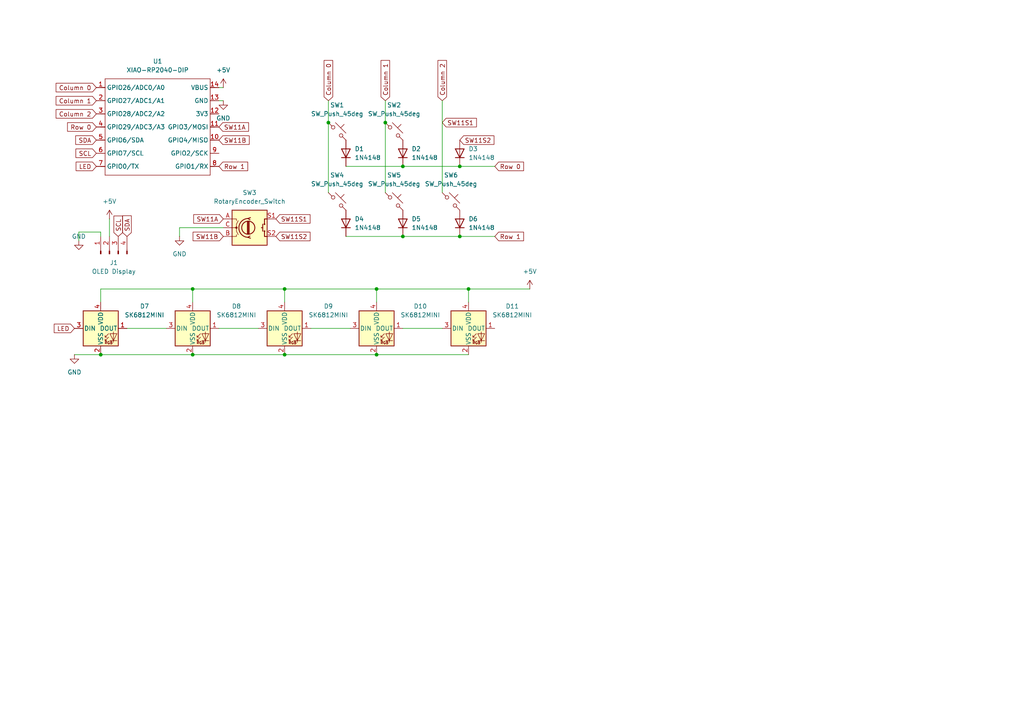
<source format=kicad_sch>
(kicad_sch
	(version 20250114)
	(generator "eeschema")
	(generator_version "9.0")
	(uuid "2a37fd25-a569-4f96-8ff7-9dd99f8e2732")
	(paper "A4")
	(lib_symbols
		(symbol "Connector:Conn_01x04_Pin"
			(pin_names
				(offset 1.016)
				(hide yes)
			)
			(exclude_from_sim no)
			(in_bom yes)
			(on_board yes)
			(property "Reference" "J"
				(at 0 5.08 0)
				(effects
					(font
						(size 1.27 1.27)
					)
				)
			)
			(property "Value" "Conn_01x04_Pin"
				(at 0 -7.62 0)
				(effects
					(font
						(size 1.27 1.27)
					)
				)
			)
			(property "Footprint" ""
				(at 0 0 0)
				(effects
					(font
						(size 1.27 1.27)
					)
					(hide yes)
				)
			)
			(property "Datasheet" "~"
				(at 0 0 0)
				(effects
					(font
						(size 1.27 1.27)
					)
					(hide yes)
				)
			)
			(property "Description" "Generic connector, single row, 01x04, script generated"
				(at 0 0 0)
				(effects
					(font
						(size 1.27 1.27)
					)
					(hide yes)
				)
			)
			(property "ki_locked" ""
				(at 0 0 0)
				(effects
					(font
						(size 1.27 1.27)
					)
				)
			)
			(property "ki_keywords" "connector"
				(at 0 0 0)
				(effects
					(font
						(size 1.27 1.27)
					)
					(hide yes)
				)
			)
			(property "ki_fp_filters" "Connector*:*_1x??_*"
				(at 0 0 0)
				(effects
					(font
						(size 1.27 1.27)
					)
					(hide yes)
				)
			)
			(symbol "Conn_01x04_Pin_1_1"
				(rectangle
					(start 0.8636 2.667)
					(end 0 2.413)
					(stroke
						(width 0.1524)
						(type default)
					)
					(fill
						(type outline)
					)
				)
				(rectangle
					(start 0.8636 0.127)
					(end 0 -0.127)
					(stroke
						(width 0.1524)
						(type default)
					)
					(fill
						(type outline)
					)
				)
				(rectangle
					(start 0.8636 -2.413)
					(end 0 -2.667)
					(stroke
						(width 0.1524)
						(type default)
					)
					(fill
						(type outline)
					)
				)
				(rectangle
					(start 0.8636 -4.953)
					(end 0 -5.207)
					(stroke
						(width 0.1524)
						(type default)
					)
					(fill
						(type outline)
					)
				)
				(polyline
					(pts
						(xy 1.27 2.54) (xy 0.8636 2.54)
					)
					(stroke
						(width 0.1524)
						(type default)
					)
					(fill
						(type none)
					)
				)
				(polyline
					(pts
						(xy 1.27 0) (xy 0.8636 0)
					)
					(stroke
						(width 0.1524)
						(type default)
					)
					(fill
						(type none)
					)
				)
				(polyline
					(pts
						(xy 1.27 -2.54) (xy 0.8636 -2.54)
					)
					(stroke
						(width 0.1524)
						(type default)
					)
					(fill
						(type none)
					)
				)
				(polyline
					(pts
						(xy 1.27 -5.08) (xy 0.8636 -5.08)
					)
					(stroke
						(width 0.1524)
						(type default)
					)
					(fill
						(type none)
					)
				)
				(pin passive line
					(at 5.08 2.54 180)
					(length 3.81)
					(name "Pin_1"
						(effects
							(font
								(size 1.27 1.27)
							)
						)
					)
					(number "1"
						(effects
							(font
								(size 1.27 1.27)
							)
						)
					)
				)
				(pin passive line
					(at 5.08 0 180)
					(length 3.81)
					(name "Pin_2"
						(effects
							(font
								(size 1.27 1.27)
							)
						)
					)
					(number "2"
						(effects
							(font
								(size 1.27 1.27)
							)
						)
					)
				)
				(pin passive line
					(at 5.08 -2.54 180)
					(length 3.81)
					(name "Pin_3"
						(effects
							(font
								(size 1.27 1.27)
							)
						)
					)
					(number "3"
						(effects
							(font
								(size 1.27 1.27)
							)
						)
					)
				)
				(pin passive line
					(at 5.08 -5.08 180)
					(length 3.81)
					(name "Pin_4"
						(effects
							(font
								(size 1.27 1.27)
							)
						)
					)
					(number "4"
						(effects
							(font
								(size 1.27 1.27)
							)
						)
					)
				)
			)
			(embedded_fonts no)
		)
		(symbol "Device:RotaryEncoder_Switch"
			(pin_names
				(offset 0.254)
				(hide yes)
			)
			(exclude_from_sim no)
			(in_bom yes)
			(on_board yes)
			(property "Reference" "SW"
				(at 0 6.604 0)
				(effects
					(font
						(size 1.27 1.27)
					)
				)
			)
			(property "Value" "RotaryEncoder_Switch"
				(at 0 -6.604 0)
				(effects
					(font
						(size 1.27 1.27)
					)
				)
			)
			(property "Footprint" ""
				(at -3.81 4.064 0)
				(effects
					(font
						(size 1.27 1.27)
					)
					(hide yes)
				)
			)
			(property "Datasheet" "~"
				(at 0 6.604 0)
				(effects
					(font
						(size 1.27 1.27)
					)
					(hide yes)
				)
			)
			(property "Description" "Rotary encoder, dual channel, incremental quadrate outputs, with switch"
				(at 0 0 0)
				(effects
					(font
						(size 1.27 1.27)
					)
					(hide yes)
				)
			)
			(property "ki_keywords" "rotary switch encoder switch push button"
				(at 0 0 0)
				(effects
					(font
						(size 1.27 1.27)
					)
					(hide yes)
				)
			)
			(property "ki_fp_filters" "RotaryEncoder*Switch*"
				(at 0 0 0)
				(effects
					(font
						(size 1.27 1.27)
					)
					(hide yes)
				)
			)
			(symbol "RotaryEncoder_Switch_0_1"
				(rectangle
					(start -5.08 5.08)
					(end 5.08 -5.08)
					(stroke
						(width 0.254)
						(type default)
					)
					(fill
						(type background)
					)
				)
				(polyline
					(pts
						(xy -5.08 2.54) (xy -3.81 2.54) (xy -3.81 2.032)
					)
					(stroke
						(width 0)
						(type default)
					)
					(fill
						(type none)
					)
				)
				(polyline
					(pts
						(xy -5.08 0) (xy -3.81 0) (xy -3.81 -1.016) (xy -3.302 -2.032)
					)
					(stroke
						(width 0)
						(type default)
					)
					(fill
						(type none)
					)
				)
				(polyline
					(pts
						(xy -5.08 -2.54) (xy -3.81 -2.54) (xy -3.81 -2.032)
					)
					(stroke
						(width 0)
						(type default)
					)
					(fill
						(type none)
					)
				)
				(polyline
					(pts
						(xy -4.318 0) (xy -3.81 0) (xy -3.81 1.016) (xy -3.302 2.032)
					)
					(stroke
						(width 0)
						(type default)
					)
					(fill
						(type none)
					)
				)
				(circle
					(center -3.81 0)
					(radius 0.254)
					(stroke
						(width 0)
						(type default)
					)
					(fill
						(type outline)
					)
				)
				(polyline
					(pts
						(xy -0.635 -1.778) (xy -0.635 1.778)
					)
					(stroke
						(width 0.254)
						(type default)
					)
					(fill
						(type none)
					)
				)
				(circle
					(center -0.381 0)
					(radius 1.905)
					(stroke
						(width 0.254)
						(type default)
					)
					(fill
						(type none)
					)
				)
				(polyline
					(pts
						(xy -0.381 -1.778) (xy -0.381 1.778)
					)
					(stroke
						(width 0.254)
						(type default)
					)
					(fill
						(type none)
					)
				)
				(arc
					(start -0.381 -2.794)
					(mid -3.0988 -0.0635)
					(end -0.381 2.667)
					(stroke
						(width 0.254)
						(type default)
					)
					(fill
						(type none)
					)
				)
				(polyline
					(pts
						(xy -0.127 1.778) (xy -0.127 -1.778)
					)
					(stroke
						(width 0.254)
						(type default)
					)
					(fill
						(type none)
					)
				)
				(polyline
					(pts
						(xy 0.254 2.921) (xy -0.508 2.667) (xy 0.127 2.286)
					)
					(stroke
						(width 0.254)
						(type default)
					)
					(fill
						(type none)
					)
				)
				(polyline
					(pts
						(xy 0.254 -3.048) (xy -0.508 -2.794) (xy 0.127 -2.413)
					)
					(stroke
						(width 0.254)
						(type default)
					)
					(fill
						(type none)
					)
				)
				(polyline
					(pts
						(xy 3.81 1.016) (xy 3.81 -1.016)
					)
					(stroke
						(width 0.254)
						(type default)
					)
					(fill
						(type none)
					)
				)
				(polyline
					(pts
						(xy 3.81 0) (xy 3.429 0)
					)
					(stroke
						(width 0.254)
						(type default)
					)
					(fill
						(type none)
					)
				)
				(circle
					(center 4.318 1.016)
					(radius 0.127)
					(stroke
						(width 0.254)
						(type default)
					)
					(fill
						(type none)
					)
				)
				(circle
					(center 4.318 -1.016)
					(radius 0.127)
					(stroke
						(width 0.254)
						(type default)
					)
					(fill
						(type none)
					)
				)
				(polyline
					(pts
						(xy 5.08 2.54) (xy 4.318 2.54) (xy 4.318 1.016)
					)
					(stroke
						(width 0.254)
						(type default)
					)
					(fill
						(type none)
					)
				)
				(polyline
					(pts
						(xy 5.08 -2.54) (xy 4.318 -2.54) (xy 4.318 -1.016)
					)
					(stroke
						(width 0.254)
						(type default)
					)
					(fill
						(type none)
					)
				)
			)
			(symbol "RotaryEncoder_Switch_1_1"
				(pin passive line
					(at -7.62 2.54 0)
					(length 2.54)
					(name "A"
						(effects
							(font
								(size 1.27 1.27)
							)
						)
					)
					(number "A"
						(effects
							(font
								(size 1.27 1.27)
							)
						)
					)
				)
				(pin passive line
					(at -7.62 0 0)
					(length 2.54)
					(name "C"
						(effects
							(font
								(size 1.27 1.27)
							)
						)
					)
					(number "C"
						(effects
							(font
								(size 1.27 1.27)
							)
						)
					)
				)
				(pin passive line
					(at -7.62 -2.54 0)
					(length 2.54)
					(name "B"
						(effects
							(font
								(size 1.27 1.27)
							)
						)
					)
					(number "B"
						(effects
							(font
								(size 1.27 1.27)
							)
						)
					)
				)
				(pin passive line
					(at 7.62 2.54 180)
					(length 2.54)
					(name "S1"
						(effects
							(font
								(size 1.27 1.27)
							)
						)
					)
					(number "S1"
						(effects
							(font
								(size 1.27 1.27)
							)
						)
					)
				)
				(pin passive line
					(at 7.62 -2.54 180)
					(length 2.54)
					(name "S2"
						(effects
							(font
								(size 1.27 1.27)
							)
						)
					)
					(number "S2"
						(effects
							(font
								(size 1.27 1.27)
							)
						)
					)
				)
			)
			(embedded_fonts no)
		)
		(symbol "Diode:1N4148"
			(pin_numbers
				(hide yes)
			)
			(pin_names
				(hide yes)
			)
			(exclude_from_sim no)
			(in_bom yes)
			(on_board yes)
			(property "Reference" "D"
				(at 0 2.54 0)
				(effects
					(font
						(size 1.27 1.27)
					)
				)
			)
			(property "Value" "1N4148"
				(at 0 -2.54 0)
				(effects
					(font
						(size 1.27 1.27)
					)
				)
			)
			(property "Footprint" "Diode_THT:D_DO-35_SOD27_P7.62mm_Horizontal"
				(at 0 0 0)
				(effects
					(font
						(size 1.27 1.27)
					)
					(hide yes)
				)
			)
			(property "Datasheet" "https://assets.nexperia.com/documents/data-sheet/1N4148_1N4448.pdf"
				(at 0 0 0)
				(effects
					(font
						(size 1.27 1.27)
					)
					(hide yes)
				)
			)
			(property "Description" "100V 0.15A standard switching diode, DO-35"
				(at 0 0 0)
				(effects
					(font
						(size 1.27 1.27)
					)
					(hide yes)
				)
			)
			(property "Sim.Device" "D"
				(at 0 0 0)
				(effects
					(font
						(size 1.27 1.27)
					)
					(hide yes)
				)
			)
			(property "Sim.Pins" "1=K 2=A"
				(at 0 0 0)
				(effects
					(font
						(size 1.27 1.27)
					)
					(hide yes)
				)
			)
			(property "ki_keywords" "diode"
				(at 0 0 0)
				(effects
					(font
						(size 1.27 1.27)
					)
					(hide yes)
				)
			)
			(property "ki_fp_filters" "D*DO?35*"
				(at 0 0 0)
				(effects
					(font
						(size 1.27 1.27)
					)
					(hide yes)
				)
			)
			(symbol "1N4148_0_1"
				(polyline
					(pts
						(xy -1.27 1.27) (xy -1.27 -1.27)
					)
					(stroke
						(width 0.254)
						(type default)
					)
					(fill
						(type none)
					)
				)
				(polyline
					(pts
						(xy 1.27 1.27) (xy 1.27 -1.27) (xy -1.27 0) (xy 1.27 1.27)
					)
					(stroke
						(width 0.254)
						(type default)
					)
					(fill
						(type none)
					)
				)
				(polyline
					(pts
						(xy 1.27 0) (xy -1.27 0)
					)
					(stroke
						(width 0)
						(type default)
					)
					(fill
						(type none)
					)
				)
			)
			(symbol "1N4148_1_1"
				(pin passive line
					(at -3.81 0 0)
					(length 2.54)
					(name "K"
						(effects
							(font
								(size 1.27 1.27)
							)
						)
					)
					(number "1"
						(effects
							(font
								(size 1.27 1.27)
							)
						)
					)
				)
				(pin passive line
					(at 3.81 0 180)
					(length 2.54)
					(name "A"
						(effects
							(font
								(size 1.27 1.27)
							)
						)
					)
					(number "2"
						(effects
							(font
								(size 1.27 1.27)
							)
						)
					)
				)
			)
			(embedded_fonts no)
		)
		(symbol "LED:SK6812MINI"
			(pin_names
				(offset 0.254)
			)
			(exclude_from_sim no)
			(in_bom yes)
			(on_board yes)
			(property "Reference" "D"
				(at 5.08 5.715 0)
				(effects
					(font
						(size 1.27 1.27)
					)
					(justify right bottom)
				)
			)
			(property "Value" "SK6812MINI"
				(at 1.27 -5.715 0)
				(effects
					(font
						(size 1.27 1.27)
					)
					(justify left top)
				)
			)
			(property "Footprint" "LED_SMD:LED_SK6812MINI_PLCC4_3.5x3.5mm_P1.75mm"
				(at 1.27 -7.62 0)
				(effects
					(font
						(size 1.27 1.27)
					)
					(justify left top)
					(hide yes)
				)
			)
			(property "Datasheet" "https://cdn-shop.adafruit.com/product-files/2686/SK6812MINI_REV.01-1-2.pdf"
				(at 2.54 -9.525 0)
				(effects
					(font
						(size 1.27 1.27)
					)
					(justify left top)
					(hide yes)
				)
			)
			(property "Description" "RGB LED with integrated controller"
				(at 0 0 0)
				(effects
					(font
						(size 1.27 1.27)
					)
					(hide yes)
				)
			)
			(property "ki_keywords" "RGB LED NeoPixel Mini addressable"
				(at 0 0 0)
				(effects
					(font
						(size 1.27 1.27)
					)
					(hide yes)
				)
			)
			(property "ki_fp_filters" "LED*SK6812MINI*PLCC*3.5x3.5mm*P1.75mm*"
				(at 0 0 0)
				(effects
					(font
						(size 1.27 1.27)
					)
					(hide yes)
				)
			)
			(symbol "SK6812MINI_0_0"
				(text "RGB"
					(at 2.286 -4.191 0)
					(effects
						(font
							(size 0.762 0.762)
						)
					)
				)
			)
			(symbol "SK6812MINI_0_1"
				(polyline
					(pts
						(xy 1.27 -2.54) (xy 1.778 -2.54)
					)
					(stroke
						(width 0)
						(type default)
					)
					(fill
						(type none)
					)
				)
				(polyline
					(pts
						(xy 1.27 -3.556) (xy 1.778 -3.556)
					)
					(stroke
						(width 0)
						(type default)
					)
					(fill
						(type none)
					)
				)
				(polyline
					(pts
						(xy 2.286 -1.524) (xy 1.27 -2.54) (xy 1.27 -2.032)
					)
					(stroke
						(width 0)
						(type default)
					)
					(fill
						(type none)
					)
				)
				(polyline
					(pts
						(xy 2.286 -2.54) (xy 1.27 -3.556) (xy 1.27 -3.048)
					)
					(stroke
						(width 0)
						(type default)
					)
					(fill
						(type none)
					)
				)
				(polyline
					(pts
						(xy 3.683 -1.016) (xy 3.683 -3.556) (xy 3.683 -4.064)
					)
					(stroke
						(width 0)
						(type default)
					)
					(fill
						(type none)
					)
				)
				(polyline
					(pts
						(xy 4.699 -1.524) (xy 2.667 -1.524) (xy 3.683 -3.556) (xy 4.699 -1.524)
					)
					(stroke
						(width 0)
						(type default)
					)
					(fill
						(type none)
					)
				)
				(polyline
					(pts
						(xy 4.699 -3.556) (xy 2.667 -3.556)
					)
					(stroke
						(width 0)
						(type default)
					)
					(fill
						(type none)
					)
				)
				(rectangle
					(start 5.08 5.08)
					(end -5.08 -5.08)
					(stroke
						(width 0.254)
						(type default)
					)
					(fill
						(type background)
					)
				)
			)
			(symbol "SK6812MINI_1_1"
				(pin input line
					(at -7.62 0 0)
					(length 2.54)
					(name "DIN"
						(effects
							(font
								(size 1.27 1.27)
							)
						)
					)
					(number "3"
						(effects
							(font
								(size 1.27 1.27)
							)
						)
					)
				)
				(pin power_in line
					(at 0 7.62 270)
					(length 2.54)
					(name "VDD"
						(effects
							(font
								(size 1.27 1.27)
							)
						)
					)
					(number "4"
						(effects
							(font
								(size 1.27 1.27)
							)
						)
					)
				)
				(pin power_in line
					(at 0 -7.62 90)
					(length 2.54)
					(name "VSS"
						(effects
							(font
								(size 1.27 1.27)
							)
						)
					)
					(number "2"
						(effects
							(font
								(size 1.27 1.27)
							)
						)
					)
				)
				(pin output line
					(at 7.62 0 180)
					(length 2.54)
					(name "DOUT"
						(effects
							(font
								(size 1.27 1.27)
							)
						)
					)
					(number "1"
						(effects
							(font
								(size 1.27 1.27)
							)
						)
					)
				)
			)
			(embedded_fonts no)
		)
		(symbol "Switch:SW_Push_45deg"
			(pin_numbers
				(hide yes)
			)
			(pin_names
				(offset 1.016)
				(hide yes)
			)
			(exclude_from_sim no)
			(in_bom yes)
			(on_board yes)
			(property "Reference" "SW"
				(at 3.048 1.016 0)
				(effects
					(font
						(size 1.27 1.27)
					)
					(justify left)
				)
			)
			(property "Value" "SW_Push_45deg"
				(at 0 -3.81 0)
				(effects
					(font
						(size 1.27 1.27)
					)
				)
			)
			(property "Footprint" ""
				(at 0 0 0)
				(effects
					(font
						(size 1.27 1.27)
					)
					(hide yes)
				)
			)
			(property "Datasheet" "~"
				(at 0 0 0)
				(effects
					(font
						(size 1.27 1.27)
					)
					(hide yes)
				)
			)
			(property "Description" "Push button switch, normally open, two pins, 45° tilted"
				(at 0 0 0)
				(effects
					(font
						(size 1.27 1.27)
					)
					(hide yes)
				)
			)
			(property "ki_keywords" "switch normally-open pushbutton push-button"
				(at 0 0 0)
				(effects
					(font
						(size 1.27 1.27)
					)
					(hide yes)
				)
			)
			(symbol "SW_Push_45deg_0_1"
				(polyline
					(pts
						(xy -2.54 2.54) (xy -1.524 1.524) (xy -1.524 1.524)
					)
					(stroke
						(width 0)
						(type default)
					)
					(fill
						(type none)
					)
				)
				(circle
					(center -1.1684 1.1684)
					(radius 0.508)
					(stroke
						(width 0)
						(type default)
					)
					(fill
						(type none)
					)
				)
				(polyline
					(pts
						(xy -0.508 2.54) (xy 2.54 -0.508)
					)
					(stroke
						(width 0)
						(type default)
					)
					(fill
						(type none)
					)
				)
				(polyline
					(pts
						(xy 1.016 1.016) (xy 2.032 2.032)
					)
					(stroke
						(width 0)
						(type default)
					)
					(fill
						(type none)
					)
				)
				(circle
					(center 1.143 -1.1938)
					(radius 0.508)
					(stroke
						(width 0)
						(type default)
					)
					(fill
						(type none)
					)
				)
				(polyline
					(pts
						(xy 1.524 -1.524) (xy 2.54 -2.54) (xy 2.54 -2.54) (xy 2.54 -2.54)
					)
					(stroke
						(width 0)
						(type default)
					)
					(fill
						(type none)
					)
				)
				(pin passive line
					(at -2.54 2.54 0)
					(length 0)
					(name "1"
						(effects
							(font
								(size 1.27 1.27)
							)
						)
					)
					(number "1"
						(effects
							(font
								(size 1.27 1.27)
							)
						)
					)
				)
				(pin passive line
					(at 2.54 -2.54 180)
					(length 0)
					(name "2"
						(effects
							(font
								(size 1.27 1.27)
							)
						)
					)
					(number "2"
						(effects
							(font
								(size 1.27 1.27)
							)
						)
					)
				)
			)
			(embedded_fonts no)
		)
		(symbol "power:+5V"
			(power)
			(pin_numbers
				(hide yes)
			)
			(pin_names
				(offset 0)
				(hide yes)
			)
			(exclude_from_sim no)
			(in_bom yes)
			(on_board yes)
			(property "Reference" "#PWR"
				(at 0 -3.81 0)
				(effects
					(font
						(size 1.27 1.27)
					)
					(hide yes)
				)
			)
			(property "Value" "+5V"
				(at 0 3.556 0)
				(effects
					(font
						(size 1.27 1.27)
					)
				)
			)
			(property "Footprint" ""
				(at 0 0 0)
				(effects
					(font
						(size 1.27 1.27)
					)
					(hide yes)
				)
			)
			(property "Datasheet" ""
				(at 0 0 0)
				(effects
					(font
						(size 1.27 1.27)
					)
					(hide yes)
				)
			)
			(property "Description" "Power symbol creates a global label with name \"+5V\""
				(at 0 0 0)
				(effects
					(font
						(size 1.27 1.27)
					)
					(hide yes)
				)
			)
			(property "ki_keywords" "global power"
				(at 0 0 0)
				(effects
					(font
						(size 1.27 1.27)
					)
					(hide yes)
				)
			)
			(symbol "+5V_0_1"
				(polyline
					(pts
						(xy -0.762 1.27) (xy 0 2.54)
					)
					(stroke
						(width 0)
						(type default)
					)
					(fill
						(type none)
					)
				)
				(polyline
					(pts
						(xy 0 2.54) (xy 0.762 1.27)
					)
					(stroke
						(width 0)
						(type default)
					)
					(fill
						(type none)
					)
				)
				(polyline
					(pts
						(xy 0 0) (xy 0 2.54)
					)
					(stroke
						(width 0)
						(type default)
					)
					(fill
						(type none)
					)
				)
			)
			(symbol "+5V_1_1"
				(pin power_in line
					(at 0 0 90)
					(length 0)
					(name "~"
						(effects
							(font
								(size 1.27 1.27)
							)
						)
					)
					(number "1"
						(effects
							(font
								(size 1.27 1.27)
							)
						)
					)
				)
			)
			(embedded_fonts no)
		)
		(symbol "power:GND"
			(power)
			(pin_numbers
				(hide yes)
			)
			(pin_names
				(offset 0)
				(hide yes)
			)
			(exclude_from_sim no)
			(in_bom yes)
			(on_board yes)
			(property "Reference" "#PWR"
				(at 0 -6.35 0)
				(effects
					(font
						(size 1.27 1.27)
					)
					(hide yes)
				)
			)
			(property "Value" "GND"
				(at 0 -3.81 0)
				(effects
					(font
						(size 1.27 1.27)
					)
				)
			)
			(property "Footprint" ""
				(at 0 0 0)
				(effects
					(font
						(size 1.27 1.27)
					)
					(hide yes)
				)
			)
			(property "Datasheet" ""
				(at 0 0 0)
				(effects
					(font
						(size 1.27 1.27)
					)
					(hide yes)
				)
			)
			(property "Description" "Power symbol creates a global label with name \"GND\" , ground"
				(at 0 0 0)
				(effects
					(font
						(size 1.27 1.27)
					)
					(hide yes)
				)
			)
			(property "ki_keywords" "global power"
				(at 0 0 0)
				(effects
					(font
						(size 1.27 1.27)
					)
					(hide yes)
				)
			)
			(symbol "GND_0_1"
				(polyline
					(pts
						(xy 0 0) (xy 0 -1.27) (xy 1.27 -1.27) (xy 0 -2.54) (xy -1.27 -1.27) (xy 0 -1.27)
					)
					(stroke
						(width 0)
						(type default)
					)
					(fill
						(type none)
					)
				)
			)
			(symbol "GND_1_1"
				(pin power_in line
					(at 0 0 270)
					(length 0)
					(name "~"
						(effects
							(font
								(size 1.27 1.27)
							)
						)
					)
					(number "1"
						(effects
							(font
								(size 1.27 1.27)
							)
						)
					)
				)
			)
			(embedded_fonts no)
		)
		(symbol "xiao:XIAO-RP2040-DIP"
			(exclude_from_sim no)
			(in_bom yes)
			(on_board yes)
			(property "Reference" "U"
				(at 0 0 0)
				(effects
					(font
						(size 1.27 1.27)
					)
				)
			)
			(property "Value" "XIAO-RP2040-DIP"
				(at 5.334 -1.778 0)
				(effects
					(font
						(size 1.27 1.27)
					)
				)
			)
			(property "Footprint" "Module:MOUDLE14P-XIAO-DIP-SMD"
				(at 14.478 -32.258 0)
				(effects
					(font
						(size 1.27 1.27)
					)
					(hide yes)
				)
			)
			(property "Datasheet" ""
				(at 0 0 0)
				(effects
					(font
						(size 1.27 1.27)
					)
					(hide yes)
				)
			)
			(property "Description" ""
				(at 0 0 0)
				(effects
					(font
						(size 1.27 1.27)
					)
					(hide yes)
				)
			)
			(symbol "XIAO-RP2040-DIP_1_0"
				(polyline
					(pts
						(xy -1.27 -2.54) (xy 29.21 -2.54)
					)
					(stroke
						(width 0.1524)
						(type solid)
					)
					(fill
						(type none)
					)
				)
				(polyline
					(pts
						(xy -1.27 -5.08) (xy -2.54 -5.08)
					)
					(stroke
						(width 0.1524)
						(type solid)
					)
					(fill
						(type none)
					)
				)
				(polyline
					(pts
						(xy -1.27 -5.08) (xy -1.27 -2.54)
					)
					(stroke
						(width 0.1524)
						(type solid)
					)
					(fill
						(type none)
					)
				)
				(polyline
					(pts
						(xy -1.27 -8.89) (xy -2.54 -8.89)
					)
					(stroke
						(width 0.1524)
						(type solid)
					)
					(fill
						(type none)
					)
				)
				(polyline
					(pts
						(xy -1.27 -8.89) (xy -1.27 -5.08)
					)
					(stroke
						(width 0.1524)
						(type solid)
					)
					(fill
						(type none)
					)
				)
				(polyline
					(pts
						(xy -1.27 -12.7) (xy -2.54 -12.7)
					)
					(stroke
						(width 0.1524)
						(type solid)
					)
					(fill
						(type none)
					)
				)
				(polyline
					(pts
						(xy -1.27 -12.7) (xy -1.27 -8.89)
					)
					(stroke
						(width 0.1524)
						(type solid)
					)
					(fill
						(type none)
					)
				)
				(polyline
					(pts
						(xy -1.27 -16.51) (xy -2.54 -16.51)
					)
					(stroke
						(width 0.1524)
						(type solid)
					)
					(fill
						(type none)
					)
				)
				(polyline
					(pts
						(xy -1.27 -16.51) (xy -1.27 -12.7)
					)
					(stroke
						(width 0.1524)
						(type solid)
					)
					(fill
						(type none)
					)
				)
				(polyline
					(pts
						(xy -1.27 -20.32) (xy -2.54 -20.32)
					)
					(stroke
						(width 0.1524)
						(type solid)
					)
					(fill
						(type none)
					)
				)
				(polyline
					(pts
						(xy -1.27 -24.13) (xy -2.54 -24.13)
					)
					(stroke
						(width 0.1524)
						(type solid)
					)
					(fill
						(type none)
					)
				)
				(polyline
					(pts
						(xy -1.27 -27.94) (xy -2.54 -27.94)
					)
					(stroke
						(width 0.1524)
						(type solid)
					)
					(fill
						(type none)
					)
				)
				(polyline
					(pts
						(xy -1.27 -30.48) (xy -1.27 -16.51)
					)
					(stroke
						(width 0.1524)
						(type solid)
					)
					(fill
						(type none)
					)
				)
				(polyline
					(pts
						(xy 29.21 -2.54) (xy 29.21 -5.08)
					)
					(stroke
						(width 0.1524)
						(type solid)
					)
					(fill
						(type none)
					)
				)
				(polyline
					(pts
						(xy 29.21 -5.08) (xy 29.21 -8.89)
					)
					(stroke
						(width 0.1524)
						(type solid)
					)
					(fill
						(type none)
					)
				)
				(polyline
					(pts
						(xy 29.21 -8.89) (xy 29.21 -12.7)
					)
					(stroke
						(width 0.1524)
						(type solid)
					)
					(fill
						(type none)
					)
				)
				(polyline
					(pts
						(xy 29.21 -12.7) (xy 29.21 -30.48)
					)
					(stroke
						(width 0.1524)
						(type solid)
					)
					(fill
						(type none)
					)
				)
				(polyline
					(pts
						(xy 29.21 -30.48) (xy -1.27 -30.48)
					)
					(stroke
						(width 0.1524)
						(type solid)
					)
					(fill
						(type none)
					)
				)
				(polyline
					(pts
						(xy 30.48 -5.08) (xy 29.21 -5.08)
					)
					(stroke
						(width 0.1524)
						(type solid)
					)
					(fill
						(type none)
					)
				)
				(polyline
					(pts
						(xy 30.48 -8.89) (xy 29.21 -8.89)
					)
					(stroke
						(width 0.1524)
						(type solid)
					)
					(fill
						(type none)
					)
				)
				(polyline
					(pts
						(xy 30.48 -12.7) (xy 29.21 -12.7)
					)
					(stroke
						(width 0.1524)
						(type solid)
					)
					(fill
						(type none)
					)
				)
				(polyline
					(pts
						(xy 30.48 -16.51) (xy 29.21 -16.51)
					)
					(stroke
						(width 0.1524)
						(type solid)
					)
					(fill
						(type none)
					)
				)
				(polyline
					(pts
						(xy 30.48 -20.32) (xy 29.21 -20.32)
					)
					(stroke
						(width 0.1524)
						(type solid)
					)
					(fill
						(type none)
					)
				)
				(polyline
					(pts
						(xy 30.48 -24.13) (xy 29.21 -24.13)
					)
					(stroke
						(width 0.1524)
						(type solid)
					)
					(fill
						(type none)
					)
				)
				(polyline
					(pts
						(xy 30.48 -27.94) (xy 29.21 -27.94)
					)
					(stroke
						(width 0.1524)
						(type solid)
					)
					(fill
						(type none)
					)
				)
				(pin passive line
					(at -3.81 -5.08 0)
					(length 2.54)
					(name "GPIO26/ADC0/A0"
						(effects
							(font
								(size 1.27 1.27)
							)
						)
					)
					(number "1"
						(effects
							(font
								(size 1.27 1.27)
							)
						)
					)
				)
				(pin passive line
					(at -3.81 -8.89 0)
					(length 2.54)
					(name "GPIO27/ADC1/A1"
						(effects
							(font
								(size 1.27 1.27)
							)
						)
					)
					(number "2"
						(effects
							(font
								(size 1.27 1.27)
							)
						)
					)
				)
				(pin passive line
					(at -3.81 -12.7 0)
					(length 2.54)
					(name "GPIO28/ADC2/A2"
						(effects
							(font
								(size 1.27 1.27)
							)
						)
					)
					(number "3"
						(effects
							(font
								(size 1.27 1.27)
							)
						)
					)
				)
				(pin passive line
					(at -3.81 -16.51 0)
					(length 2.54)
					(name "GPIO29/ADC3/A3"
						(effects
							(font
								(size 1.27 1.27)
							)
						)
					)
					(number "4"
						(effects
							(font
								(size 1.27 1.27)
							)
						)
					)
				)
				(pin passive line
					(at -3.81 -20.32 0)
					(length 2.54)
					(name "GPIO6/SDA"
						(effects
							(font
								(size 1.27 1.27)
							)
						)
					)
					(number "5"
						(effects
							(font
								(size 1.27 1.27)
							)
						)
					)
				)
				(pin passive line
					(at -3.81 -24.13 0)
					(length 2.54)
					(name "GPIO7/SCL"
						(effects
							(font
								(size 1.27 1.27)
							)
						)
					)
					(number "6"
						(effects
							(font
								(size 1.27 1.27)
							)
						)
					)
				)
				(pin passive line
					(at -3.81 -27.94 0)
					(length 2.54)
					(name "GPIO0/TX"
						(effects
							(font
								(size 1.27 1.27)
							)
						)
					)
					(number "7"
						(effects
							(font
								(size 1.27 1.27)
							)
						)
					)
				)
				(pin passive line
					(at 31.75 -5.08 180)
					(length 2.54)
					(name "VBUS"
						(effects
							(font
								(size 1.27 1.27)
							)
						)
					)
					(number "14"
						(effects
							(font
								(size 1.27 1.27)
							)
						)
					)
				)
				(pin passive line
					(at 31.75 -8.89 180)
					(length 2.54)
					(name "GND"
						(effects
							(font
								(size 1.27 1.27)
							)
						)
					)
					(number "13"
						(effects
							(font
								(size 1.27 1.27)
							)
						)
					)
				)
				(pin passive line
					(at 31.75 -12.7 180)
					(length 2.54)
					(name "3V3"
						(effects
							(font
								(size 1.27 1.27)
							)
						)
					)
					(number "12"
						(effects
							(font
								(size 1.27 1.27)
							)
						)
					)
				)
				(pin passive line
					(at 31.75 -16.51 180)
					(length 2.54)
					(name "GPIO3/MOSI"
						(effects
							(font
								(size 1.27 1.27)
							)
						)
					)
					(number "11"
						(effects
							(font
								(size 1.27 1.27)
							)
						)
					)
				)
				(pin passive line
					(at 31.75 -20.32 180)
					(length 2.54)
					(name "GPIO4/MISO"
						(effects
							(font
								(size 1.27 1.27)
							)
						)
					)
					(number "10"
						(effects
							(font
								(size 1.27 1.27)
							)
						)
					)
				)
				(pin passive line
					(at 31.75 -24.13 180)
					(length 2.54)
					(name "GPIO2/SCK"
						(effects
							(font
								(size 1.27 1.27)
							)
						)
					)
					(number "9"
						(effects
							(font
								(size 1.27 1.27)
							)
						)
					)
				)
				(pin passive line
					(at 31.75 -27.94 180)
					(length 2.54)
					(name "GPIO1/RX"
						(effects
							(font
								(size 1.27 1.27)
							)
						)
					)
					(number "8"
						(effects
							(font
								(size 1.27 1.27)
							)
						)
					)
				)
			)
			(embedded_fonts no)
		)
	)
	(junction
		(at 82.55 102.87)
		(diameter 0)
		(color 0 0 0 0)
		(uuid "05c95024-9731-435a-9bba-74f7b80dd014")
	)
	(junction
		(at 111.76 35.56)
		(diameter 0)
		(color 0 0 0 0)
		(uuid "1231c675-c916-4930-a0bf-5cf4ec826e0a")
	)
	(junction
		(at 82.55 83.82)
		(diameter 0)
		(color 0 0 0 0)
		(uuid "38370181-98dc-4ce5-9aeb-f3c593b05ec3")
	)
	(junction
		(at 55.88 83.82)
		(diameter 0)
		(color 0 0 0 0)
		(uuid "595477c0-7024-4b2e-841f-2b6b801ab1de")
	)
	(junction
		(at 109.22 102.87)
		(diameter 0)
		(color 0 0 0 0)
		(uuid "7b75c9c7-9d48-45ee-b78d-07b361ba7b4b")
	)
	(junction
		(at 55.88 102.87)
		(diameter 0)
		(color 0 0 0 0)
		(uuid "9f18791e-1804-4439-8e85-40f9b3aca8b4")
	)
	(junction
		(at 116.84 48.26)
		(diameter 0)
		(color 0 0 0 0)
		(uuid "aad8d7f0-0410-41ab-94d6-87e84f45290a")
	)
	(junction
		(at 29.21 102.87)
		(diameter 0)
		(color 0 0 0 0)
		(uuid "ae4e4660-4fbe-433d-816c-a53c080492a2")
	)
	(junction
		(at 135.89 83.82)
		(diameter 0)
		(color 0 0 0 0)
		(uuid "b0fbed5d-5817-4db0-981a-e99d0ed0e9b4")
	)
	(junction
		(at 95.25 35.56)
		(diameter 0)
		(color 0 0 0 0)
		(uuid "c24bd5fd-a7af-460c-b102-d6e85eaae442")
	)
	(junction
		(at 133.35 68.58)
		(diameter 0)
		(color 0 0 0 0)
		(uuid "c3a8b4d1-63a9-4db3-9647-7e88164ac11a")
	)
	(junction
		(at 116.84 68.58)
		(diameter 0)
		(color 0 0 0 0)
		(uuid "cea0d24b-3359-4e5a-a338-05d6984a8a14")
	)
	(junction
		(at 133.35 48.26)
		(diameter 0)
		(color 0 0 0 0)
		(uuid "d61f8ce8-a139-431e-a265-b402434b18b2")
	)
	(junction
		(at 109.22 83.82)
		(diameter 0)
		(color 0 0 0 0)
		(uuid "dd7e8003-1321-4372-8fbb-39965c90248a")
	)
	(wire
		(pts
			(xy 116.84 68.58) (xy 133.35 68.58)
		)
		(stroke
			(width 0)
			(type default)
		)
		(uuid "00b6df5d-04ea-45f5-9b44-e7ced8ecbf01")
	)
	(wire
		(pts
			(xy 22.86 69.85) (xy 22.86 67.31)
		)
		(stroke
			(width 0)
			(type default)
		)
		(uuid "033c0591-e500-41f1-9f97-437a464df1ba")
	)
	(wire
		(pts
			(xy 64.77 25.4) (xy 63.5 25.4)
		)
		(stroke
			(width 0)
			(type default)
		)
		(uuid "04e0d78a-6b17-44be-9b99-9663033611d7")
	)
	(wire
		(pts
			(xy 31.75 63.5) (xy 31.75 68.58)
		)
		(stroke
			(width 0)
			(type default)
		)
		(uuid "14bf45f3-5967-4eac-a000-fffd626a103f")
	)
	(wire
		(pts
			(xy 90.17 95.25) (xy 101.6 95.25)
		)
		(stroke
			(width 0)
			(type default)
		)
		(uuid "18790ab7-20ce-44d3-9046-78a3fa5c63dd")
	)
	(wire
		(pts
			(xy 55.88 83.82) (xy 82.55 83.82)
		)
		(stroke
			(width 0)
			(type default)
		)
		(uuid "1f966dbf-7567-4af6-9b27-26532224867a")
	)
	(wire
		(pts
			(xy 111.76 35.56) (xy 111.76 55.88)
		)
		(stroke
			(width 0)
			(type default)
		)
		(uuid "202ddaae-86d1-4ac6-9fbf-9effcabb0003")
	)
	(wire
		(pts
			(xy 109.22 83.82) (xy 109.22 87.63)
		)
		(stroke
			(width 0)
			(type default)
		)
		(uuid "21bd7729-5078-43ed-9a52-8fad04390c38")
	)
	(wire
		(pts
			(xy 95.25 35.56) (xy 95.25 55.88)
		)
		(stroke
			(width 0)
			(type default)
		)
		(uuid "2865793a-b5c0-4f39-93d7-5295c3d9a75c")
	)
	(wire
		(pts
			(xy 143.51 68.58) (xy 133.35 68.58)
		)
		(stroke
			(width 0)
			(type default)
		)
		(uuid "34f84bdf-7cfc-41ae-aaff-b21849898070")
	)
	(wire
		(pts
			(xy 100.33 68.58) (xy 116.84 68.58)
		)
		(stroke
			(width 0)
			(type default)
		)
		(uuid "37de9591-6d0f-45e5-bdcc-edde6c6d6084")
	)
	(wire
		(pts
			(xy 29.21 87.63) (xy 29.21 83.82)
		)
		(stroke
			(width 0)
			(type default)
		)
		(uuid "383f1482-5257-4887-b697-3ab27a31e00a")
	)
	(wire
		(pts
			(xy 52.07 66.04) (xy 52.07 68.58)
		)
		(stroke
			(width 0)
			(type default)
		)
		(uuid "3a9338bc-e14a-4f77-9e7d-ed7cafb1e9c9")
	)
	(wire
		(pts
			(xy 135.89 83.82) (xy 153.67 83.82)
		)
		(stroke
			(width 0)
			(type default)
		)
		(uuid "3c791a91-3c9d-419e-a01e-f8660d9156bc")
	)
	(wire
		(pts
			(xy 82.55 83.82) (xy 82.55 87.63)
		)
		(stroke
			(width 0)
			(type default)
		)
		(uuid "3ebabbe6-d38b-4bbc-85ef-462f4427a592")
	)
	(wire
		(pts
			(xy 21.59 102.87) (xy 29.21 102.87)
		)
		(stroke
			(width 0)
			(type default)
		)
		(uuid "3ee733e5-e2bf-4d21-b7ac-8ec23d612cf5")
	)
	(wire
		(pts
			(xy 22.86 67.31) (xy 29.21 67.31)
		)
		(stroke
			(width 0)
			(type default)
		)
		(uuid "437df2ad-0946-4078-a9e0-8e0314b8523a")
	)
	(wire
		(pts
			(xy 111.76 29.21) (xy 111.76 35.56)
		)
		(stroke
			(width 0)
			(type default)
		)
		(uuid "60ea644e-b917-4c32-8ada-cf29e8eeedd1")
	)
	(wire
		(pts
			(xy 82.55 102.87) (xy 109.22 102.87)
		)
		(stroke
			(width 0)
			(type default)
		)
		(uuid "70a8216d-5519-457d-8122-4c9144770063")
	)
	(wire
		(pts
			(xy 29.21 83.82) (xy 55.88 83.82)
		)
		(stroke
			(width 0)
			(type default)
		)
		(uuid "715f4b6b-b48b-4335-a3fc-2262ac343b29")
	)
	(wire
		(pts
			(xy 64.77 66.04) (xy 52.07 66.04)
		)
		(stroke
			(width 0)
			(type default)
		)
		(uuid "96334da9-4a89-40be-be25-096a6801f871")
	)
	(wire
		(pts
			(xy 36.83 95.25) (xy 48.26 95.25)
		)
		(stroke
			(width 0)
			(type default)
		)
		(uuid "9ec63c3e-318d-4b1b-bada-16682709b4c0")
	)
	(wire
		(pts
			(xy 29.21 102.87) (xy 55.88 102.87)
		)
		(stroke
			(width 0)
			(type default)
		)
		(uuid "a119c79e-5f9c-40ce-a4eb-2e4ae25f75e5")
	)
	(wire
		(pts
			(xy 116.84 48.26) (xy 133.35 48.26)
		)
		(stroke
			(width 0)
			(type default)
		)
		(uuid "b981ce1e-5ddd-4514-93d6-a00314c00f33")
	)
	(wire
		(pts
			(xy 63.5 95.25) (xy 74.93 95.25)
		)
		(stroke
			(width 0)
			(type default)
		)
		(uuid "bb0bebce-a652-4d99-a956-77ea82e4117e")
	)
	(wire
		(pts
			(xy 82.55 83.82) (xy 109.22 83.82)
		)
		(stroke
			(width 0)
			(type default)
		)
		(uuid "c649cba5-dfbe-458d-837c-d6d6618c0e35")
	)
	(wire
		(pts
			(xy 100.33 48.26) (xy 116.84 48.26)
		)
		(stroke
			(width 0)
			(type default)
		)
		(uuid "c75e309a-d7ab-44bd-a33f-d6e1ec3f069e")
	)
	(wire
		(pts
			(xy 55.88 83.82) (xy 55.88 87.63)
		)
		(stroke
			(width 0)
			(type default)
		)
		(uuid "c7636d98-8c58-431e-8d9c-1a2f6b07a28e")
	)
	(wire
		(pts
			(xy 135.89 83.82) (xy 135.89 87.63)
		)
		(stroke
			(width 0)
			(type default)
		)
		(uuid "c8dc7b15-7a7e-4103-a774-37ee920d1bdf")
	)
	(wire
		(pts
			(xy 29.21 67.31) (xy 29.21 68.58)
		)
		(stroke
			(width 0)
			(type default)
		)
		(uuid "cd6dce1e-f3a6-40ad-8ead-f39eb11e5a93")
	)
	(wire
		(pts
			(xy 143.51 48.26) (xy 133.35 48.26)
		)
		(stroke
			(width 0)
			(type default)
		)
		(uuid "cec8e97e-a4bf-4254-a11b-6629bd18407f")
	)
	(wire
		(pts
			(xy 95.25 29.21) (xy 95.25 35.56)
		)
		(stroke
			(width 0)
			(type default)
		)
		(uuid "d2774c82-fa52-44c3-b6e6-9e3929c12bbb")
	)
	(wire
		(pts
			(xy 128.27 29.21) (xy 128.27 55.88)
		)
		(stroke
			(width 0)
			(type default)
		)
		(uuid "d361c052-b892-42b7-aa0f-bb2ecd61e879")
	)
	(wire
		(pts
			(xy 64.77 29.21) (xy 63.5 29.21)
		)
		(stroke
			(width 0)
			(type default)
		)
		(uuid "d909d6a2-198a-401d-8f9a-5132d9ffa958")
	)
	(wire
		(pts
			(xy 109.22 102.87) (xy 135.89 102.87)
		)
		(stroke
			(width 0)
			(type default)
		)
		(uuid "dbee8705-0f3d-4a3d-b24c-d217b2b7f409")
	)
	(wire
		(pts
			(xy 55.88 102.87) (xy 82.55 102.87)
		)
		(stroke
			(width 0)
			(type default)
		)
		(uuid "e1dc32de-3e06-47b3-acb8-2d16b7f19e46")
	)
	(wire
		(pts
			(xy 109.22 83.82) (xy 135.89 83.82)
		)
		(stroke
			(width 0)
			(type default)
		)
		(uuid "f42f65fb-058e-4231-a063-dfa52a63a4bf")
	)
	(wire
		(pts
			(xy 116.84 95.25) (xy 128.27 95.25)
		)
		(stroke
			(width 0)
			(type default)
		)
		(uuid "f6b8f077-e54f-4a94-a737-3dcf480dcd2f")
	)
	(global_label "SCL"
		(shape input)
		(at 34.29 68.58 90)
		(fields_autoplaced yes)
		(effects
			(font
				(size 1.27 1.27)
			)
			(justify left)
		)
		(uuid "14a8f61f-9af5-4ca1-8719-844ecb25b7e8")
		(property "Intersheetrefs" "${INTERSHEET_REFS}"
			(at 34.29 62.0872 90)
			(effects
				(font
					(size 1.27 1.27)
				)
				(justify left)
				(hide yes)
			)
		)
	)
	(global_label "Column 2"
		(shape input)
		(at 128.27 29.21 90)
		(fields_autoplaced yes)
		(effects
			(font
				(size 1.27 1.27)
			)
			(justify left)
		)
		(uuid "208d1249-34a5-49f4-8ce0-079214c36e88")
		(property "Intersheetrefs" "${INTERSHEET_REFS}"
			(at 128.27 16.9722 90)
			(effects
				(font
					(size 1.27 1.27)
				)
				(justify left)
				(hide yes)
			)
		)
	)
	(global_label "SW11S2"
		(shape input)
		(at 133.35 40.64 0)
		(fields_autoplaced yes)
		(effects
			(font
				(size 1.27 1.27)
			)
			(justify left)
		)
		(uuid "28d3f21d-ca59-46a4-afa9-fdf39f3529c6")
		(property "Intersheetrefs" "${INTERSHEET_REFS}"
			(at 143.8341 40.64 0)
			(effects
				(font
					(size 1.27 1.27)
				)
				(justify left)
				(hide yes)
			)
		)
	)
	(global_label "Column 1"
		(shape input)
		(at 111.76 29.21 90)
		(fields_autoplaced yes)
		(effects
			(font
				(size 1.27 1.27)
			)
			(justify left)
		)
		(uuid "2c6383dd-c70a-486f-b66e-bafd738ac060")
		(property "Intersheetrefs" "${INTERSHEET_REFS}"
			(at 111.76 16.9722 90)
			(effects
				(font
					(size 1.27 1.27)
				)
				(justify left)
				(hide yes)
			)
		)
	)
	(global_label "Row 1"
		(shape input)
		(at 63.5 48.26 0)
		(fields_autoplaced yes)
		(effects
			(font
				(size 1.27 1.27)
			)
			(justify left)
		)
		(uuid "435a1fe7-b41a-4e6b-b48a-65a55ec43537")
		(property "Intersheetrefs" "${INTERSHEET_REFS}"
			(at 72.4118 48.26 0)
			(effects
				(font
					(size 1.27 1.27)
				)
				(justify left)
				(hide yes)
			)
		)
	)
	(global_label "Column 0"
		(shape input)
		(at 95.25 29.21 90)
		(fields_autoplaced yes)
		(effects
			(font
				(size 1.27 1.27)
			)
			(justify left)
		)
		(uuid "459fdc42-9f59-4a15-82f4-3960e64c9033")
		(property "Intersheetrefs" "${INTERSHEET_REFS}"
			(at 95.25 16.9722 90)
			(effects
				(font
					(size 1.27 1.27)
				)
				(justify left)
				(hide yes)
			)
		)
	)
	(global_label "Column 2"
		(shape input)
		(at 27.94 33.02 180)
		(fields_autoplaced yes)
		(effects
			(font
				(size 1.27 1.27)
			)
			(justify right)
		)
		(uuid "4768bf46-f665-4585-9781-17d1a91153c0")
		(property "Intersheetrefs" "${INTERSHEET_REFS}"
			(at 15.7022 33.02 0)
			(effects
				(font
					(size 1.27 1.27)
				)
				(justify right)
				(hide yes)
			)
		)
	)
	(global_label "SW11S2"
		(shape input)
		(at 80.01 68.58 0)
		(fields_autoplaced yes)
		(effects
			(font
				(size 1.27 1.27)
			)
			(justify left)
		)
		(uuid "5e9fc262-fb79-4448-8637-1c988b796487")
		(property "Intersheetrefs" "${INTERSHEET_REFS}"
			(at 90.4941 68.58 0)
			(effects
				(font
					(size 1.27 1.27)
				)
				(justify left)
				(hide yes)
			)
		)
	)
	(global_label "SCL"
		(shape input)
		(at 27.94 44.45 180)
		(fields_autoplaced yes)
		(effects
			(font
				(size 1.27 1.27)
			)
			(justify right)
		)
		(uuid "76b2aaaa-327f-4777-84c7-9d5cc50e65b5")
		(property "Intersheetrefs" "${INTERSHEET_REFS}"
			(at 21.4472 44.45 0)
			(effects
				(font
					(size 1.27 1.27)
				)
				(justify right)
				(hide yes)
			)
		)
	)
	(global_label "Row 0"
		(shape input)
		(at 143.51 48.26 0)
		(fields_autoplaced yes)
		(effects
			(font
				(size 1.27 1.27)
			)
			(justify left)
		)
		(uuid "89abe8e0-2efd-4a50-9c93-e8350aabcd05")
		(property "Intersheetrefs" "${INTERSHEET_REFS}"
			(at 152.4218 48.26 0)
			(effects
				(font
					(size 1.27 1.27)
				)
				(justify left)
				(hide yes)
			)
		)
	)
	(global_label "Row 0"
		(shape input)
		(at 27.94 36.83 180)
		(fields_autoplaced yes)
		(effects
			(font
				(size 1.27 1.27)
			)
			(justify right)
		)
		(uuid "976672bd-aeec-4210-aa22-7a9d553c223f")
		(property "Intersheetrefs" "${INTERSHEET_REFS}"
			(at 19.0282 36.83 0)
			(effects
				(font
					(size 1.27 1.27)
				)
				(justify right)
				(hide yes)
			)
		)
	)
	(global_label "SDA"
		(shape input)
		(at 36.83 68.58 90)
		(fields_autoplaced yes)
		(effects
			(font
				(size 1.27 1.27)
			)
			(justify left)
		)
		(uuid "a29be256-a239-4b2e-b2e2-a0fd7c52e7b2")
		(property "Intersheetrefs" "${INTERSHEET_REFS}"
			(at 36.83 62.0267 90)
			(effects
				(font
					(size 1.27 1.27)
				)
				(justify left)
				(hide yes)
			)
		)
	)
	(global_label "SW11B"
		(shape input)
		(at 64.77 68.58 180)
		(fields_autoplaced yes)
		(effects
			(font
				(size 1.27 1.27)
			)
			(justify right)
		)
		(uuid "a5e0a25e-4082-47b9-a43d-784dd0e87e16")
		(property "Intersheetrefs" "${INTERSHEET_REFS}"
			(at 55.4349 68.58 0)
			(effects
				(font
					(size 1.27 1.27)
				)
				(justify right)
				(hide yes)
			)
		)
	)
	(global_label "SW11A"
		(shape input)
		(at 63.5 36.83 0)
		(fields_autoplaced yes)
		(effects
			(font
				(size 1.27 1.27)
			)
			(justify left)
		)
		(uuid "a6aafd44-bd30-40e0-ac11-9b9b3fb7976c")
		(property "Intersheetrefs" "${INTERSHEET_REFS}"
			(at 72.6537 36.83 0)
			(effects
				(font
					(size 1.27 1.27)
				)
				(justify left)
				(hide yes)
			)
		)
	)
	(global_label "Row 1"
		(shape input)
		(at 143.51 68.58 0)
		(fields_autoplaced yes)
		(effects
			(font
				(size 1.27 1.27)
			)
			(justify left)
		)
		(uuid "be0fee4c-a52c-459a-a785-26807a0030bd")
		(property "Intersheetrefs" "${INTERSHEET_REFS}"
			(at 152.4218 68.58 0)
			(effects
				(font
					(size 1.27 1.27)
				)
				(justify left)
				(hide yes)
			)
		)
	)
	(global_label "SW11S1"
		(shape input)
		(at 80.01 63.5 0)
		(fields_autoplaced yes)
		(effects
			(font
				(size 1.27 1.27)
			)
			(justify left)
		)
		(uuid "c4456616-f93a-4752-a49f-317050115e47")
		(property "Intersheetrefs" "${INTERSHEET_REFS}"
			(at 90.4941 63.5 0)
			(effects
				(font
					(size 1.27 1.27)
				)
				(justify left)
				(hide yes)
			)
		)
	)
	(global_label "Column 0"
		(shape input)
		(at 27.94 25.4 180)
		(fields_autoplaced yes)
		(effects
			(font
				(size 1.27 1.27)
			)
			(justify right)
		)
		(uuid "d13b0c97-d83d-4304-9e82-86a68f22e914")
		(property "Intersheetrefs" "${INTERSHEET_REFS}"
			(at 15.7022 25.4 0)
			(effects
				(font
					(size 1.27 1.27)
				)
				(justify right)
				(hide yes)
			)
		)
	)
	(global_label "SW11B"
		(shape input)
		(at 63.5 40.64 0)
		(fields_autoplaced yes)
		(effects
			(font
				(size 1.27 1.27)
			)
			(justify left)
		)
		(uuid "d9223c64-8607-4379-a088-879864aa1594")
		(property "Intersheetrefs" "${INTERSHEET_REFS}"
			(at 72.8351 40.64 0)
			(effects
				(font
					(size 1.27 1.27)
				)
				(justify left)
				(hide yes)
			)
		)
	)
	(global_label "LED"
		(shape input)
		(at 21.59 95.25 180)
		(fields_autoplaced yes)
		(effects
			(font
				(size 1.27 1.27)
			)
			(justify right)
		)
		(uuid "de751556-8a22-44fd-a719-54ea8b2518d7")
		(property "Intersheetrefs" "${INTERSHEET_REFS}"
			(at 15.1577 95.25 0)
			(effects
				(font
					(size 1.27 1.27)
				)
				(justify right)
				(hide yes)
			)
		)
	)
	(global_label "SW11S1"
		(shape input)
		(at 128.27 35.56 0)
		(fields_autoplaced yes)
		(effects
			(font
				(size 1.27 1.27)
			)
			(justify left)
		)
		(uuid "e8673372-e067-41a0-b289-5189e5dd8dc9")
		(property "Intersheetrefs" "${INTERSHEET_REFS}"
			(at 138.7541 35.56 0)
			(effects
				(font
					(size 1.27 1.27)
				)
				(justify left)
				(hide yes)
			)
		)
	)
	(global_label "SDA"
		(shape input)
		(at 27.94 40.64 180)
		(fields_autoplaced yes)
		(effects
			(font
				(size 1.27 1.27)
			)
			(justify right)
		)
		(uuid "eb518727-df8c-470d-9587-d1f5622fe3a3")
		(property "Intersheetrefs" "${INTERSHEET_REFS}"
			(at 21.3867 40.64 0)
			(effects
				(font
					(size 1.27 1.27)
				)
				(justify right)
				(hide yes)
			)
		)
	)
	(global_label "Column 1"
		(shape input)
		(at 27.94 29.21 180)
		(fields_autoplaced yes)
		(effects
			(font
				(size 1.27 1.27)
			)
			(justify right)
		)
		(uuid "eb548bf7-8de8-4253-bf4c-559c2b48168a")
		(property "Intersheetrefs" "${INTERSHEET_REFS}"
			(at 15.7022 29.21 0)
			(effects
				(font
					(size 1.27 1.27)
				)
				(justify right)
				(hide yes)
			)
		)
	)
	(global_label "LED"
		(shape input)
		(at 27.94 48.26 180)
		(fields_autoplaced yes)
		(effects
			(font
				(size 1.27 1.27)
			)
			(justify right)
		)
		(uuid "f013612a-921b-40a8-8100-e7349769cf09")
		(property "Intersheetrefs" "${INTERSHEET_REFS}"
			(at 21.5077 48.26 0)
			(effects
				(font
					(size 1.27 1.27)
				)
				(justify right)
				(hide yes)
			)
		)
	)
	(global_label "SW11A"
		(shape input)
		(at 64.77 63.5 180)
		(fields_autoplaced yes)
		(effects
			(font
				(size 1.27 1.27)
			)
			(justify right)
		)
		(uuid "f8d56300-6020-4ada-9a6e-4daaaa715e1b")
		(property "Intersheetrefs" "${INTERSHEET_REFS}"
			(at 55.6163 63.5 0)
			(effects
				(font
					(size 1.27 1.27)
				)
				(justify right)
				(hide yes)
			)
		)
	)
	(symbol
		(lib_id "Connector:Conn_01x04_Pin")
		(at 31.75 73.66 90)
		(unit 1)
		(exclude_from_sim no)
		(in_bom yes)
		(on_board yes)
		(dnp no)
		(fields_autoplaced yes)
		(uuid "0d653ba6-a828-4061-9bcb-cb26ff784e19")
		(property "Reference" "J1"
			(at 33.02 76.2 90)
			(effects
				(font
					(size 1.27 1.27)
				)
			)
		)
		(property "Value" "OLED Display"
			(at 33.02 78.74 90)
			(effects
				(font
					(size 1.27 1.27)
				)
			)
		)
		(property "Footprint" "Connector:FanPinHeader_1x04_P2.54mm_Vertical"
			(at 31.75 73.66 0)
			(effects
				(font
					(size 1.27 1.27)
				)
				(hide yes)
			)
		)
		(property "Datasheet" "~"
			(at 31.75 73.66 0)
			(effects
				(font
					(size 1.27 1.27)
				)
				(hide yes)
			)
		)
		(property "Description" "Generic connector, single row, 01x04, script generated"
			(at 31.75 73.66 0)
			(effects
				(font
					(size 1.27 1.27)
				)
				(hide yes)
			)
		)
		(pin "4"
			(uuid "7d5a71bd-94f2-4917-a071-9911a0708cc9")
		)
		(pin "3"
			(uuid "896cf2b0-15de-4bd4-baef-08e9750509a7")
		)
		(pin "1"
			(uuid "f4c4d7ce-a74e-4b9b-b9c3-cc4ffe897d05")
		)
		(pin "2"
			(uuid "32ad1f73-b9fb-4923-a290-abc588c6c9f5")
		)
		(instances
			(project ""
				(path "/2a37fd25-a569-4f96-8ff7-9dd99f8e2732"
					(reference "J1")
					(unit 1)
				)
			)
		)
	)
	(symbol
		(lib_id "Switch:SW_Push_45deg")
		(at 114.3 38.1 0)
		(unit 1)
		(exclude_from_sim no)
		(in_bom yes)
		(on_board yes)
		(dnp no)
		(fields_autoplaced yes)
		(uuid "114f88bc-dd29-407f-bded-632d00817aff")
		(property "Reference" "SW2"
			(at 114.3 30.48 0)
			(effects
				(font
					(size 1.27 1.27)
				)
			)
		)
		(property "Value" "SW_Push_45deg"
			(at 114.3 33.02 0)
			(effects
				(font
					(size 1.27 1.27)
				)
			)
		)
		(property "Footprint" "Button_Switch_Keyboard:SW_Cherry_MX_1.00u_PCB"
			(at 114.3 38.1 0)
			(effects
				(font
					(size 1.27 1.27)
				)
				(hide yes)
			)
		)
		(property "Datasheet" "~"
			(at 114.3 38.1 0)
			(effects
				(font
					(size 1.27 1.27)
				)
				(hide yes)
			)
		)
		(property "Description" "Push button switch, normally open, two pins, 45° tilted"
			(at 114.3 38.1 0)
			(effects
				(font
					(size 1.27 1.27)
				)
				(hide yes)
			)
		)
		(pin "2"
			(uuid "2598756c-518f-4d30-a53e-f2630b26d7f2")
		)
		(pin "1"
			(uuid "09e410f2-7bee-4b61-9d9b-6fb6227f2c50")
		)
		(instances
			(project "inzhupad"
				(path "/2a37fd25-a569-4f96-8ff7-9dd99f8e2732"
					(reference "SW2")
					(unit 1)
				)
			)
		)
	)
	(symbol
		(lib_id "Diode:1N4148")
		(at 116.84 64.77 90)
		(unit 1)
		(exclude_from_sim no)
		(in_bom yes)
		(on_board yes)
		(dnp no)
		(fields_autoplaced yes)
		(uuid "2abaf5cd-54e4-42a0-9296-7edf3f7a65dc")
		(property "Reference" "D5"
			(at 119.38 63.4999 90)
			(effects
				(font
					(size 1.27 1.27)
				)
				(justify right)
			)
		)
		(property "Value" "1N4148"
			(at 119.38 66.0399 90)
			(effects
				(font
					(size 1.27 1.27)
				)
				(justify right)
			)
		)
		(property "Footprint" "Diode_THT:D_DO-35_SOD27_P7.62mm_Horizontal"
			(at 116.84 64.77 0)
			(effects
				(font
					(size 1.27 1.27)
				)
				(hide yes)
			)
		)
		(property "Datasheet" "https://assets.nexperia.com/documents/data-sheet/1N4148_1N4448.pdf"
			(at 116.84 64.77 0)
			(effects
				(font
					(size 1.27 1.27)
				)
				(hide yes)
			)
		)
		(property "Description" "100V 0.15A standard switching diode, DO-35"
			(at 116.84 64.77 0)
			(effects
				(font
					(size 1.27 1.27)
				)
				(hide yes)
			)
		)
		(property "Sim.Device" "D"
			(at 116.84 64.77 0)
			(effects
				(font
					(size 1.27 1.27)
				)
				(hide yes)
			)
		)
		(property "Sim.Pins" "1=K 2=A"
			(at 116.84 64.77 0)
			(effects
				(font
					(size 1.27 1.27)
				)
				(hide yes)
			)
		)
		(pin "1"
			(uuid "6f89d4c3-ad42-4317-b35f-56580ccd3909")
		)
		(pin "2"
			(uuid "7a3ec8c1-50ff-45bf-bb20-c26ab4bebad4")
		)
		(instances
			(project "inzhupad"
				(path "/2a37fd25-a569-4f96-8ff7-9dd99f8e2732"
					(reference "D5")
					(unit 1)
				)
			)
		)
	)
	(symbol
		(lib_id "Diode:1N4148")
		(at 100.33 64.77 90)
		(unit 1)
		(exclude_from_sim no)
		(in_bom yes)
		(on_board yes)
		(dnp no)
		(fields_autoplaced yes)
		(uuid "2b7f6963-8734-408b-bcaf-b2eee483fd35")
		(property "Reference" "D4"
			(at 102.87 63.4999 90)
			(effects
				(font
					(size 1.27 1.27)
				)
				(justify right)
			)
		)
		(property "Value" "1N4148"
			(at 102.87 66.0399 90)
			(effects
				(font
					(size 1.27 1.27)
				)
				(justify right)
			)
		)
		(property "Footprint" "Diode_THT:D_DO-35_SOD27_P7.62mm_Horizontal"
			(at 100.33 64.77 0)
			(effects
				(font
					(size 1.27 1.27)
				)
				(hide yes)
			)
		)
		(property "Datasheet" "https://assets.nexperia.com/documents/data-sheet/1N4148_1N4448.pdf"
			(at 100.33 64.77 0)
			(effects
				(font
					(size 1.27 1.27)
				)
				(hide yes)
			)
		)
		(property "Description" "100V 0.15A standard switching diode, DO-35"
			(at 100.33 64.77 0)
			(effects
				(font
					(size 1.27 1.27)
				)
				(hide yes)
			)
		)
		(property "Sim.Device" "D"
			(at 100.33 64.77 0)
			(effects
				(font
					(size 1.27 1.27)
				)
				(hide yes)
			)
		)
		(property "Sim.Pins" "1=K 2=A"
			(at 100.33 64.77 0)
			(effects
				(font
					(size 1.27 1.27)
				)
				(hide yes)
			)
		)
		(pin "1"
			(uuid "b8c802d3-a4ab-4e9a-bd05-675efd133252")
		)
		(pin "2"
			(uuid "ff5d21c1-c3cd-4b93-bab3-0ce22eb38b40")
		)
		(instances
			(project "inzhupad"
				(path "/2a37fd25-a569-4f96-8ff7-9dd99f8e2732"
					(reference "D4")
					(unit 1)
				)
			)
		)
	)
	(symbol
		(lib_id "power:GND")
		(at 21.59 102.87 0)
		(unit 1)
		(exclude_from_sim no)
		(in_bom yes)
		(on_board yes)
		(dnp no)
		(fields_autoplaced yes)
		(uuid "35bfe8cb-cd76-45fe-a4f9-3ff2405b91ce")
		(property "Reference" "#PWR05"
			(at 21.59 109.22 0)
			(effects
				(font
					(size 1.27 1.27)
				)
				(hide yes)
			)
		)
		(property "Value" "GND"
			(at 21.59 107.95 0)
			(effects
				(font
					(size 1.27 1.27)
				)
			)
		)
		(property "Footprint" ""
			(at 21.59 102.87 0)
			(effects
				(font
					(size 1.27 1.27)
				)
				(hide yes)
			)
		)
		(property "Datasheet" ""
			(at 21.59 102.87 0)
			(effects
				(font
					(size 1.27 1.27)
				)
				(hide yes)
			)
		)
		(property "Description" "Power symbol creates a global label with name \"GND\" , ground"
			(at 21.59 102.87 0)
			(effects
				(font
					(size 1.27 1.27)
				)
				(hide yes)
			)
		)
		(pin "1"
			(uuid "f1da519f-c529-4ea7-aab2-9c25a12ab91e")
		)
		(instances
			(project ""
				(path "/2a37fd25-a569-4f96-8ff7-9dd99f8e2732"
					(reference "#PWR05")
					(unit 1)
				)
			)
		)
	)
	(symbol
		(lib_id "Device:RotaryEncoder_Switch")
		(at 72.39 66.04 0)
		(unit 1)
		(exclude_from_sim no)
		(in_bom yes)
		(on_board yes)
		(dnp no)
		(fields_autoplaced yes)
		(uuid "3f7d4e95-d85f-47ac-be37-cccd4891f4d9")
		(property "Reference" "SW3"
			(at 72.39 55.88 0)
			(effects
				(font
					(size 1.27 1.27)
				)
			)
		)
		(property "Value" "RotaryEncoder_Switch"
			(at 72.39 58.42 0)
			(effects
				(font
					(size 1.27 1.27)
				)
			)
		)
		(property "Footprint" "Rotary_Encoder:RotaryEncoder_Alps_EC11E-Switch_Vertical_H20mm"
			(at 68.58 61.976 0)
			(effects
				(font
					(size 1.27 1.27)
				)
				(hide yes)
			)
		)
		(property "Datasheet" "~"
			(at 72.39 59.436 0)
			(effects
				(font
					(size 1.27 1.27)
				)
				(hide yes)
			)
		)
		(property "Description" "Rotary encoder, dual channel, incremental quadrate outputs, with switch"
			(at 72.39 66.04 0)
			(effects
				(font
					(size 1.27 1.27)
				)
				(hide yes)
			)
		)
		(pin "B"
			(uuid "73fbbaf8-0329-479d-b568-de90a279abd4")
		)
		(pin "C"
			(uuid "45984c1a-3ec8-41ef-9b86-0add88cfb521")
		)
		(pin "S1"
			(uuid "02714642-7866-43e6-b153-28955b7c0a9a")
		)
		(pin "A"
			(uuid "ac13daa6-490b-468e-af53-fabac793b6b8")
		)
		(pin "S2"
			(uuid "9bdb3635-a269-4000-bd20-4f1114be2ee1")
		)
		(instances
			(project ""
				(path "/2a37fd25-a569-4f96-8ff7-9dd99f8e2732"
					(reference "SW3")
					(unit 1)
				)
			)
		)
	)
	(symbol
		(lib_id "power:+5V")
		(at 31.75 63.5 0)
		(unit 1)
		(exclude_from_sim no)
		(in_bom yes)
		(on_board yes)
		(dnp no)
		(fields_autoplaced yes)
		(uuid "559f9840-0387-4f8e-abf3-c4a3592b94d5")
		(property "Reference" "#PWR06"
			(at 31.75 67.31 0)
			(effects
				(font
					(size 1.27 1.27)
				)
				(hide yes)
			)
		)
		(property "Value" "+5V"
			(at 31.75 58.42 0)
			(effects
				(font
					(size 1.27 1.27)
				)
			)
		)
		(property "Footprint" ""
			(at 31.75 63.5 0)
			(effects
				(font
					(size 1.27 1.27)
				)
				(hide yes)
			)
		)
		(property "Datasheet" ""
			(at 31.75 63.5 0)
			(effects
				(font
					(size 1.27 1.27)
				)
				(hide yes)
			)
		)
		(property "Description" "Power symbol creates a global label with name \"+5V\""
			(at 31.75 63.5 0)
			(effects
				(font
					(size 1.27 1.27)
				)
				(hide yes)
			)
		)
		(pin "1"
			(uuid "6fd76875-01f9-4fc2-9134-995426296b69")
		)
		(instances
			(project ""
				(path "/2a37fd25-a569-4f96-8ff7-9dd99f8e2732"
					(reference "#PWR06")
					(unit 1)
				)
			)
		)
	)
	(symbol
		(lib_id "Diode:1N4148")
		(at 133.35 44.45 90)
		(unit 1)
		(exclude_from_sim no)
		(in_bom yes)
		(on_board yes)
		(dnp no)
		(fields_autoplaced yes)
		(uuid "6408f472-b6ed-4818-9b58-2e694bab8b00")
		(property "Reference" "D3"
			(at 135.89 43.1799 90)
			(effects
				(font
					(size 1.27 1.27)
				)
				(justify right)
			)
		)
		(property "Value" "1N4148"
			(at 135.89 45.7199 90)
			(effects
				(font
					(size 1.27 1.27)
				)
				(justify right)
			)
		)
		(property "Footprint" "Diode_THT:D_DO-35_SOD27_P7.62mm_Horizontal"
			(at 133.35 44.45 0)
			(effects
				(font
					(size 1.27 1.27)
				)
				(hide yes)
			)
		)
		(property "Datasheet" "https://assets.nexperia.com/documents/data-sheet/1N4148_1N4448.pdf"
			(at 133.35 44.45 0)
			(effects
				(font
					(size 1.27 1.27)
				)
				(hide yes)
			)
		)
		(property "Description" "100V 0.15A standard switching diode, DO-35"
			(at 133.35 44.45 0)
			(effects
				(font
					(size 1.27 1.27)
				)
				(hide yes)
			)
		)
		(property "Sim.Device" "D"
			(at 133.35 44.45 0)
			(effects
				(font
					(size 1.27 1.27)
				)
				(hide yes)
			)
		)
		(property "Sim.Pins" "1=K 2=A"
			(at 133.35 44.45 0)
			(effects
				(font
					(size 1.27 1.27)
				)
				(hide yes)
			)
		)
		(pin "2"
			(uuid "908bff9f-d2f0-4363-a633-9e4f311afa56")
		)
		(pin "1"
			(uuid "f4ae4831-b72e-46a3-a96d-e84768b5ae9d")
		)
		(instances
			(project ""
				(path "/2a37fd25-a569-4f96-8ff7-9dd99f8e2732"
					(reference "D3")
					(unit 1)
				)
			)
		)
	)
	(symbol
		(lib_id "Diode:1N4148")
		(at 133.35 64.77 90)
		(unit 1)
		(exclude_from_sim no)
		(in_bom yes)
		(on_board yes)
		(dnp no)
		(fields_autoplaced yes)
		(uuid "69f33804-d89b-43b1-87bd-2781f8615849")
		(property "Reference" "D6"
			(at 135.89 63.4999 90)
			(effects
				(font
					(size 1.27 1.27)
				)
				(justify right)
			)
		)
		(property "Value" "1N4148"
			(at 135.89 66.0399 90)
			(effects
				(font
					(size 1.27 1.27)
				)
				(justify right)
			)
		)
		(property "Footprint" "Diode_THT:D_DO-35_SOD27_P7.62mm_Horizontal"
			(at 133.35 64.77 0)
			(effects
				(font
					(size 1.27 1.27)
				)
				(hide yes)
			)
		)
		(property "Datasheet" "https://assets.nexperia.com/documents/data-sheet/1N4148_1N4448.pdf"
			(at 133.35 64.77 0)
			(effects
				(font
					(size 1.27 1.27)
				)
				(hide yes)
			)
		)
		(property "Description" "100V 0.15A standard switching diode, DO-35"
			(at 133.35 64.77 0)
			(effects
				(font
					(size 1.27 1.27)
				)
				(hide yes)
			)
		)
		(property "Sim.Device" "D"
			(at 133.35 64.77 0)
			(effects
				(font
					(size 1.27 1.27)
				)
				(hide yes)
			)
		)
		(property "Sim.Pins" "1=K 2=A"
			(at 133.35 64.77 0)
			(effects
				(font
					(size 1.27 1.27)
				)
				(hide yes)
			)
		)
		(pin "1"
			(uuid "dda9f16f-8870-44d9-9e8f-e0470cdec490")
		)
		(pin "2"
			(uuid "af7134f6-5e2b-4c3f-833f-1020e9c45aa0")
		)
		(instances
			(project "inzhupad"
				(path "/2a37fd25-a569-4f96-8ff7-9dd99f8e2732"
					(reference "D6")
					(unit 1)
				)
			)
		)
	)
	(symbol
		(lib_id "power:GND")
		(at 64.77 29.21 0)
		(unit 1)
		(exclude_from_sim no)
		(in_bom yes)
		(on_board yes)
		(dnp no)
		(fields_autoplaced yes)
		(uuid "6ff72f56-bcc7-46e3-8921-b257bec84f4a")
		(property "Reference" "#PWR02"
			(at 64.77 35.56 0)
			(effects
				(font
					(size 1.27 1.27)
				)
				(hide yes)
			)
		)
		(property "Value" "GND"
			(at 64.77 34.29 0)
			(effects
				(font
					(size 1.27 1.27)
				)
			)
		)
		(property "Footprint" ""
			(at 64.77 29.21 0)
			(effects
				(font
					(size 1.27 1.27)
				)
				(hide yes)
			)
		)
		(property "Datasheet" ""
			(at 64.77 29.21 0)
			(effects
				(font
					(size 1.27 1.27)
				)
				(hide yes)
			)
		)
		(property "Description" "Power symbol creates a global label with name \"GND\" , ground"
			(at 64.77 29.21 0)
			(effects
				(font
					(size 1.27 1.27)
				)
				(hide yes)
			)
		)
		(pin "1"
			(uuid "0e365bab-fbe3-4502-8408-677308af0c5d")
		)
		(instances
			(project ""
				(path "/2a37fd25-a569-4f96-8ff7-9dd99f8e2732"
					(reference "#PWR02")
					(unit 1)
				)
			)
		)
	)
	(symbol
		(lib_id "power:+5V")
		(at 153.67 83.82 0)
		(unit 1)
		(exclude_from_sim no)
		(in_bom yes)
		(on_board yes)
		(dnp no)
		(fields_autoplaced yes)
		(uuid "71223988-404e-4286-8708-18e1d8cad778")
		(property "Reference" "#PWR04"
			(at 153.67 87.63 0)
			(effects
				(font
					(size 1.27 1.27)
				)
				(hide yes)
			)
		)
		(property "Value" "+5V"
			(at 153.67 78.74 0)
			(effects
				(font
					(size 1.27 1.27)
				)
			)
		)
		(property "Footprint" ""
			(at 153.67 83.82 0)
			(effects
				(font
					(size 1.27 1.27)
				)
				(hide yes)
			)
		)
		(property "Datasheet" ""
			(at 153.67 83.82 0)
			(effects
				(font
					(size 1.27 1.27)
				)
				(hide yes)
			)
		)
		(property "Description" "Power symbol creates a global label with name \"+5V\""
			(at 153.67 83.82 0)
			(effects
				(font
					(size 1.27 1.27)
				)
				(hide yes)
			)
		)
		(pin "1"
			(uuid "adcd9757-4871-43bb-ae3f-fadee55023ee")
		)
		(instances
			(project ""
				(path "/2a37fd25-a569-4f96-8ff7-9dd99f8e2732"
					(reference "#PWR04")
					(unit 1)
				)
			)
		)
	)
	(symbol
		(lib_id "Switch:SW_Push_45deg")
		(at 114.3 58.42 0)
		(unit 1)
		(exclude_from_sim no)
		(in_bom yes)
		(on_board yes)
		(dnp no)
		(fields_autoplaced yes)
		(uuid "7fa55b73-0ca2-4b69-bf9c-02ad8be5d838")
		(property "Reference" "SW5"
			(at 114.3 50.8 0)
			(effects
				(font
					(size 1.27 1.27)
				)
			)
		)
		(property "Value" "SW_Push_45deg"
			(at 114.3 53.34 0)
			(effects
				(font
					(size 1.27 1.27)
				)
			)
		)
		(property "Footprint" "Button_Switch_Keyboard:SW_Cherry_MX_1.00u_PCB"
			(at 114.3 58.42 0)
			(effects
				(font
					(size 1.27 1.27)
				)
				(hide yes)
			)
		)
		(property "Datasheet" "~"
			(at 114.3 58.42 0)
			(effects
				(font
					(size 1.27 1.27)
				)
				(hide yes)
			)
		)
		(property "Description" "Push button switch, normally open, two pins, 45° tilted"
			(at 114.3 58.42 0)
			(effects
				(font
					(size 1.27 1.27)
				)
				(hide yes)
			)
		)
		(pin "2"
			(uuid "088fae2f-d182-4981-9163-cea5a83e11c2")
		)
		(pin "1"
			(uuid "cdea4f19-757a-48e6-916c-d944c265fb2a")
		)
		(instances
			(project "inzhupad"
				(path "/2a37fd25-a569-4f96-8ff7-9dd99f8e2732"
					(reference "SW5")
					(unit 1)
				)
			)
		)
	)
	(symbol
		(lib_id "Switch:SW_Push_45deg")
		(at 130.81 58.42 0)
		(unit 1)
		(exclude_from_sim no)
		(in_bom yes)
		(on_board yes)
		(dnp no)
		(fields_autoplaced yes)
		(uuid "80010e53-70c6-4acf-b45b-43cdeffcc849")
		(property "Reference" "SW6"
			(at 130.81 50.8 0)
			(effects
				(font
					(size 1.27 1.27)
				)
			)
		)
		(property "Value" "SW_Push_45deg"
			(at 130.81 53.34 0)
			(effects
				(font
					(size 1.27 1.27)
				)
			)
		)
		(property "Footprint" "Button_Switch_Keyboard:SW_Cherry_MX_1.00u_PCB"
			(at 130.81 58.42 0)
			(effects
				(font
					(size 1.27 1.27)
				)
				(hide yes)
			)
		)
		(property "Datasheet" "~"
			(at 130.81 58.42 0)
			(effects
				(font
					(size 1.27 1.27)
				)
				(hide yes)
			)
		)
		(property "Description" "Push button switch, normally open, two pins, 45° tilted"
			(at 130.81 58.42 0)
			(effects
				(font
					(size 1.27 1.27)
				)
				(hide yes)
			)
		)
		(pin "2"
			(uuid "afdd15c4-3597-44c7-b10c-1ff4bea9b4d4")
		)
		(pin "1"
			(uuid "1b51d949-c07b-49aa-b5e9-c45cefce835d")
		)
		(instances
			(project "inzhupad"
				(path "/2a37fd25-a569-4f96-8ff7-9dd99f8e2732"
					(reference "SW6")
					(unit 1)
				)
			)
		)
	)
	(symbol
		(lib_id "Switch:SW_Push_45deg")
		(at 97.79 58.42 0)
		(unit 1)
		(exclude_from_sim no)
		(in_bom yes)
		(on_board yes)
		(dnp no)
		(fields_autoplaced yes)
		(uuid "8227612c-2c1a-4568-9cbd-9d41ce642a58")
		(property "Reference" "SW4"
			(at 97.79 50.8 0)
			(effects
				(font
					(size 1.27 1.27)
				)
			)
		)
		(property "Value" "SW_Push_45deg"
			(at 97.79 53.34 0)
			(effects
				(font
					(size 1.27 1.27)
				)
			)
		)
		(property "Footprint" "Button_Switch_Keyboard:SW_Cherry_MX_1.00u_PCB"
			(at 97.79 58.42 0)
			(effects
				(font
					(size 1.27 1.27)
				)
				(hide yes)
			)
		)
		(property "Datasheet" "~"
			(at 97.79 58.42 0)
			(effects
				(font
					(size 1.27 1.27)
				)
				(hide yes)
			)
		)
		(property "Description" "Push button switch, normally open, two pins, 45° tilted"
			(at 97.79 58.42 0)
			(effects
				(font
					(size 1.27 1.27)
				)
				(hide yes)
			)
		)
		(pin "2"
			(uuid "89fa9865-514e-4219-b20a-fcd1aa44c8e1")
		)
		(pin "1"
			(uuid "71ee4342-5d62-474a-b0ef-4a1a36c31480")
		)
		(instances
			(project "inzhupad"
				(path "/2a37fd25-a569-4f96-8ff7-9dd99f8e2732"
					(reference "SW4")
					(unit 1)
				)
			)
		)
	)
	(symbol
		(lib_id "power:GND")
		(at 52.07 68.58 0)
		(unit 1)
		(exclude_from_sim no)
		(in_bom yes)
		(on_board yes)
		(dnp no)
		(fields_autoplaced yes)
		(uuid "84226b6f-fd5d-4a7e-ae87-338950c11329")
		(property "Reference" "#PWR03"
			(at 52.07 74.93 0)
			(effects
				(font
					(size 1.27 1.27)
				)
				(hide yes)
			)
		)
		(property "Value" "GND"
			(at 52.07 73.66 0)
			(effects
				(font
					(size 1.27 1.27)
				)
			)
		)
		(property "Footprint" ""
			(at 52.07 68.58 0)
			(effects
				(font
					(size 1.27 1.27)
				)
				(hide yes)
			)
		)
		(property "Datasheet" ""
			(at 52.07 68.58 0)
			(effects
				(font
					(size 1.27 1.27)
				)
				(hide yes)
			)
		)
		(property "Description" "Power symbol creates a global label with name \"GND\" , ground"
			(at 52.07 68.58 0)
			(effects
				(font
					(size 1.27 1.27)
				)
				(hide yes)
			)
		)
		(pin "1"
			(uuid "473f7299-b1ab-4d14-b713-e92056d8f646")
		)
		(instances
			(project ""
				(path "/2a37fd25-a569-4f96-8ff7-9dd99f8e2732"
					(reference "#PWR03")
					(unit 1)
				)
			)
		)
	)
	(symbol
		(lib_id "LED:SK6812MINI")
		(at 82.55 95.25 0)
		(unit 1)
		(exclude_from_sim no)
		(in_bom yes)
		(on_board yes)
		(dnp no)
		(fields_autoplaced yes)
		(uuid "94c8efbf-2d01-4e1b-89ec-0348aeb2b1e8")
		(property "Reference" "D9"
			(at 95.25 88.8298 0)
			(effects
				(font
					(size 1.27 1.27)
				)
			)
		)
		(property "Value" "SK6812MINI"
			(at 95.25 91.3698 0)
			(effects
				(font
					(size 1.27 1.27)
				)
			)
		)
		(property "Footprint" "LED_SMD:LED_SK6812MINI_PLCC4_3.5x3.5mm_P1.75mm"
			(at 83.82 102.87 0)
			(effects
				(font
					(size 1.27 1.27)
				)
				(justify left top)
				(hide yes)
			)
		)
		(property "Datasheet" "https://cdn-shop.adafruit.com/product-files/2686/SK6812MINI_REV.01-1-2.pdf"
			(at 85.09 104.775 0)
			(effects
				(font
					(size 1.27 1.27)
				)
				(justify left top)
				(hide yes)
			)
		)
		(property "Description" "RGB LED with integrated controller"
			(at 82.55 95.25 0)
			(effects
				(font
					(size 1.27 1.27)
				)
				(hide yes)
			)
		)
		(pin "1"
			(uuid "eb83e9fa-1fb9-482d-86df-9f614ea96aa8")
		)
		(pin "3"
			(uuid "13f5e20f-2d7b-40d6-8a09-11864afe1124")
		)
		(pin "4"
			(uuid "4378ec4c-0271-4d5d-bed5-65cc6b9784a0")
		)
		(pin "2"
			(uuid "15692481-9484-46ce-bb6d-3c90fc95fd0a")
		)
		(instances
			(project "inzhupad"
				(path "/2a37fd25-a569-4f96-8ff7-9dd99f8e2732"
					(reference "D9")
					(unit 1)
				)
			)
		)
	)
	(symbol
		(lib_id "LED:SK6812MINI")
		(at 109.22 95.25 0)
		(unit 1)
		(exclude_from_sim no)
		(in_bom yes)
		(on_board yes)
		(dnp no)
		(fields_autoplaced yes)
		(uuid "96ce7650-9182-4d4a-9a02-eb22fc764888")
		(property "Reference" "D10"
			(at 121.92 88.8298 0)
			(effects
				(font
					(size 1.27 1.27)
				)
			)
		)
		(property "Value" "SK6812MINI"
			(at 121.92 91.3698 0)
			(effects
				(font
					(size 1.27 1.27)
				)
			)
		)
		(property "Footprint" "LED_SMD:LED_SK6812MINI_PLCC4_3.5x3.5mm_P1.75mm"
			(at 110.49 102.87 0)
			(effects
				(font
					(size 1.27 1.27)
				)
				(justify left top)
				(hide yes)
			)
		)
		(property "Datasheet" "https://cdn-shop.adafruit.com/product-files/2686/SK6812MINI_REV.01-1-2.pdf"
			(at 111.76 104.775 0)
			(effects
				(font
					(size 1.27 1.27)
				)
				(justify left top)
				(hide yes)
			)
		)
		(property "Description" "RGB LED with integrated controller"
			(at 109.22 95.25 0)
			(effects
				(font
					(size 1.27 1.27)
				)
				(hide yes)
			)
		)
		(pin "1"
			(uuid "2ef70235-f176-4caa-ae26-f49fba66d1fe")
		)
		(pin "3"
			(uuid "22d744ca-ad78-4ea8-b2fa-08edae786bb3")
		)
		(pin "4"
			(uuid "affdf42c-0649-4223-acfa-053289534073")
		)
		(pin "2"
			(uuid "312e43b5-06c0-45a4-914a-28ccd9578baf")
		)
		(instances
			(project "inzhupad"
				(path "/2a37fd25-a569-4f96-8ff7-9dd99f8e2732"
					(reference "D10")
					(unit 1)
				)
			)
		)
	)
	(symbol
		(lib_id "Diode:1N4148")
		(at 116.84 44.45 90)
		(unit 1)
		(exclude_from_sim no)
		(in_bom yes)
		(on_board yes)
		(dnp no)
		(fields_autoplaced yes)
		(uuid "980a3a45-1bfa-4096-87ab-20088b6762d2")
		(property "Reference" "D2"
			(at 119.38 43.1799 90)
			(effects
				(font
					(size 1.27 1.27)
				)
				(justify right)
			)
		)
		(property "Value" "1N4148"
			(at 119.38 45.7199 90)
			(effects
				(font
					(size 1.27 1.27)
				)
				(justify right)
			)
		)
		(property "Footprint" "Diode_THT:D_DO-35_SOD27_P7.62mm_Horizontal"
			(at 116.84 44.45 0)
			(effects
				(font
					(size 1.27 1.27)
				)
				(hide yes)
			)
		)
		(property "Datasheet" "https://assets.nexperia.com/documents/data-sheet/1N4148_1N4448.pdf"
			(at 116.84 44.45 0)
			(effects
				(font
					(size 1.27 1.27)
				)
				(hide yes)
			)
		)
		(property "Description" "100V 0.15A standard switching diode, DO-35"
			(at 116.84 44.45 0)
			(effects
				(font
					(size 1.27 1.27)
				)
				(hide yes)
			)
		)
		(property "Sim.Device" "D"
			(at 116.84 44.45 0)
			(effects
				(font
					(size 1.27 1.27)
				)
				(hide yes)
			)
		)
		(property "Sim.Pins" "1=K 2=A"
			(at 116.84 44.45 0)
			(effects
				(font
					(size 1.27 1.27)
				)
				(hide yes)
			)
		)
		(pin "1"
			(uuid "33455b4b-d8c7-4cb6-82e7-e34d55169f2f")
		)
		(pin "2"
			(uuid "0eed208d-5f75-4e64-ac31-f40dccd5fb54")
		)
		(instances
			(project "inzhupad"
				(path "/2a37fd25-a569-4f96-8ff7-9dd99f8e2732"
					(reference "D2")
					(unit 1)
				)
			)
		)
	)
	(symbol
		(lib_id "Diode:1N4148")
		(at 100.33 44.45 90)
		(unit 1)
		(exclude_from_sim no)
		(in_bom yes)
		(on_board yes)
		(dnp no)
		(fields_autoplaced yes)
		(uuid "9ab5a3d8-3d18-48fb-bba6-b0a9f9cc1b4b")
		(property "Reference" "D1"
			(at 102.87 43.1799 90)
			(effects
				(font
					(size 1.27 1.27)
				)
				(justify right)
			)
		)
		(property "Value" "1N4148"
			(at 102.87 45.7199 90)
			(effects
				(font
					(size 1.27 1.27)
				)
				(justify right)
			)
		)
		(property "Footprint" "Diode_THT:D_DO-35_SOD27_P7.62mm_Horizontal"
			(at 100.33 44.45 0)
			(effects
				(font
					(size 1.27 1.27)
				)
				(hide yes)
			)
		)
		(property "Datasheet" "https://assets.nexperia.com/documents/data-sheet/1N4148_1N4448.pdf"
			(at 100.33 44.45 0)
			(effects
				(font
					(size 1.27 1.27)
				)
				(hide yes)
			)
		)
		(property "Description" "100V 0.15A standard switching diode, DO-35"
			(at 100.33 44.45 0)
			(effects
				(font
					(size 1.27 1.27)
				)
				(hide yes)
			)
		)
		(property "Sim.Device" "D"
			(at 100.33 44.45 0)
			(effects
				(font
					(size 1.27 1.27)
				)
				(hide yes)
			)
		)
		(property "Sim.Pins" "1=K 2=A"
			(at 100.33 44.45 0)
			(effects
				(font
					(size 1.27 1.27)
				)
				(hide yes)
			)
		)
		(pin "1"
			(uuid "42566b4e-835e-427a-9826-eb5850b0d192")
		)
		(pin "2"
			(uuid "7ab5de1f-3934-4d1a-8a30-db477ab3e197")
		)
		(instances
			(project ""
				(path "/2a37fd25-a569-4f96-8ff7-9dd99f8e2732"
					(reference "D1")
					(unit 1)
				)
			)
		)
	)
	(symbol
		(lib_id "power:+5V")
		(at 64.77 25.4 0)
		(unit 1)
		(exclude_from_sim no)
		(in_bom yes)
		(on_board yes)
		(dnp no)
		(fields_autoplaced yes)
		(uuid "b1b21715-85a6-42d7-a146-8234f93c8866")
		(property "Reference" "#PWR01"
			(at 64.77 29.21 0)
			(effects
				(font
					(size 1.27 1.27)
				)
				(hide yes)
			)
		)
		(property "Value" "+5V"
			(at 64.77 20.32 0)
			(effects
				(font
					(size 1.27 1.27)
				)
			)
		)
		(property "Footprint" ""
			(at 64.77 25.4 0)
			(effects
				(font
					(size 1.27 1.27)
				)
				(hide yes)
			)
		)
		(property "Datasheet" ""
			(at 64.77 25.4 0)
			(effects
				(font
					(size 1.27 1.27)
				)
				(hide yes)
			)
		)
		(property "Description" "Power symbol creates a global label with name \"+5V\""
			(at 64.77 25.4 0)
			(effects
				(font
					(size 1.27 1.27)
				)
				(hide yes)
			)
		)
		(pin "1"
			(uuid "4e7de586-88a3-47cd-96c0-225bb1455081")
		)
		(instances
			(project ""
				(path "/2a37fd25-a569-4f96-8ff7-9dd99f8e2732"
					(reference "#PWR01")
					(unit 1)
				)
			)
		)
	)
	(symbol
		(lib_id "power:GND")
		(at 22.86 69.85 0)
		(unit 1)
		(exclude_from_sim no)
		(in_bom yes)
		(on_board yes)
		(dnp no)
		(uuid "b22bbc88-b0d1-4efc-80d5-67169315aa54")
		(property "Reference" "#PWR07"
			(at 22.86 76.2 0)
			(effects
				(font
					(size 1.27 1.27)
				)
				(hide yes)
			)
		)
		(property "Value" "GND"
			(at 22.86 68.58 0)
			(effects
				(font
					(size 1.27 1.27)
				)
			)
		)
		(property "Footprint" ""
			(at 22.86 69.85 0)
			(effects
				(font
					(size 1.27 1.27)
				)
				(hide yes)
			)
		)
		(property "Datasheet" ""
			(at 22.86 69.85 0)
			(effects
				(font
					(size 1.27 1.27)
				)
				(hide yes)
			)
		)
		(property "Description" "Power symbol creates a global label with name \"GND\" , ground"
			(at 22.86 69.85 0)
			(effects
				(font
					(size 1.27 1.27)
				)
				(hide yes)
			)
		)
		(pin "1"
			(uuid "0f52a998-ed6c-4a37-a765-d4d3642d6a04")
		)
		(instances
			(project ""
				(path "/2a37fd25-a569-4f96-8ff7-9dd99f8e2732"
					(reference "#PWR07")
					(unit 1)
				)
			)
		)
	)
	(symbol
		(lib_id "Switch:SW_Push_45deg")
		(at 97.79 38.1 0)
		(unit 1)
		(exclude_from_sim no)
		(in_bom yes)
		(on_board yes)
		(dnp no)
		(fields_autoplaced yes)
		(uuid "b49ea798-f5e2-4099-b8fa-07b47da99edd")
		(property "Reference" "SW1"
			(at 97.79 30.48 0)
			(effects
				(font
					(size 1.27 1.27)
				)
			)
		)
		(property "Value" "SW_Push_45deg"
			(at 97.79 33.02 0)
			(effects
				(font
					(size 1.27 1.27)
				)
			)
		)
		(property "Footprint" "Button_Switch_Keyboard:SW_Cherry_MX_1.00u_PCB"
			(at 97.79 38.1 0)
			(effects
				(font
					(size 1.27 1.27)
				)
				(hide yes)
			)
		)
		(property "Datasheet" "~"
			(at 97.79 38.1 0)
			(effects
				(font
					(size 1.27 1.27)
				)
				(hide yes)
			)
		)
		(property "Description" "Push button switch, normally open, two pins, 45° tilted"
			(at 97.79 38.1 0)
			(effects
				(font
					(size 1.27 1.27)
				)
				(hide yes)
			)
		)
		(pin "2"
			(uuid "fd2a12d3-a357-4431-b053-efe00105dcdf")
		)
		(pin "1"
			(uuid "f7ef0208-aeaf-43bb-980c-16fed6780f5e")
		)
		(instances
			(project ""
				(path "/2a37fd25-a569-4f96-8ff7-9dd99f8e2732"
					(reference "SW1")
					(unit 1)
				)
			)
		)
	)
	(symbol
		(lib_id "LED:SK6812MINI")
		(at 55.88 95.25 0)
		(unit 1)
		(exclude_from_sim no)
		(in_bom yes)
		(on_board yes)
		(dnp no)
		(fields_autoplaced yes)
		(uuid "bd10110d-1f7c-4466-b040-647837fa0de4")
		(property "Reference" "D8"
			(at 68.58 88.8298 0)
			(effects
				(font
					(size 1.27 1.27)
				)
			)
		)
		(property "Value" "SK6812MINI"
			(at 68.58 91.3698 0)
			(effects
				(font
					(size 1.27 1.27)
				)
			)
		)
		(property "Footprint" "LED_SMD:LED_SK6812MINI_PLCC4_3.5x3.5mm_P1.75mm"
			(at 57.15 102.87 0)
			(effects
				(font
					(size 1.27 1.27)
				)
				(justify left top)
				(hide yes)
			)
		)
		(property "Datasheet" "https://cdn-shop.adafruit.com/product-files/2686/SK6812MINI_REV.01-1-2.pdf"
			(at 58.42 104.775 0)
			(effects
				(font
					(size 1.27 1.27)
				)
				(justify left top)
				(hide yes)
			)
		)
		(property "Description" "RGB LED with integrated controller"
			(at 55.88 95.25 0)
			(effects
				(font
					(size 1.27 1.27)
				)
				(hide yes)
			)
		)
		(pin "1"
			(uuid "525ffd6c-f0ef-4e0a-8168-b7048a431256")
		)
		(pin "3"
			(uuid "c1a802fe-cc79-4525-8c04-31a17da24700")
		)
		(pin "4"
			(uuid "d9932644-1809-4e01-ba38-431a0ad67e1f")
		)
		(pin "2"
			(uuid "fc4814ac-b73d-4a75-b9cd-a42160d7b6f5")
		)
		(instances
			(project "inzhupad"
				(path "/2a37fd25-a569-4f96-8ff7-9dd99f8e2732"
					(reference "D8")
					(unit 1)
				)
			)
		)
	)
	(symbol
		(lib_id "xiao:XIAO-RP2040-DIP")
		(at 31.75 20.32 0)
		(unit 1)
		(exclude_from_sim no)
		(in_bom yes)
		(on_board yes)
		(dnp no)
		(fields_autoplaced yes)
		(uuid "cb8a9779-b9ee-45c4-8113-96c8c1b77c65")
		(property "Reference" "U1"
			(at 45.72 17.78 0)
			(effects
				(font
					(size 1.27 1.27)
				)
			)
		)
		(property "Value" "XIAO-RP2040-DIP"
			(at 45.72 20.32 0)
			(effects
				(font
					(size 1.27 1.27)
				)
			)
		)
		(property "Footprint" "xiao:XIAO-RP2040-DIP"
			(at 46.228 52.578 0)
			(effects
				(font
					(size 1.27 1.27)
				)
				(hide yes)
			)
		)
		(property "Datasheet" ""
			(at 31.75 20.32 0)
			(effects
				(font
					(size 1.27 1.27)
				)
				(hide yes)
			)
		)
		(property "Description" ""
			(at 31.75 20.32 0)
			(effects
				(font
					(size 1.27 1.27)
				)
				(hide yes)
			)
		)
		(pin "6"
			(uuid "982f7626-edb2-4123-8627-b1bacda82213")
		)
		(pin "10"
			(uuid "d4f548db-aa39-4dca-a2b9-7bdf275e894c")
		)
		(pin "7"
			(uuid "ef76421c-a146-49e6-b636-0e732af2581b")
		)
		(pin "9"
			(uuid "24b4d458-79ae-46ef-b60c-8e079365ab40")
		)
		(pin "8"
			(uuid "46d8e549-38e1-4b3c-b7c0-73719dbe05f0")
		)
		(pin "11"
			(uuid "01cf166b-915c-4d82-b835-235a9a31d1c4")
		)
		(pin "1"
			(uuid "e5fed25e-6dc7-410f-96f6-75160441aeb5")
		)
		(pin "4"
			(uuid "9e12fcd5-5c9d-464d-92c9-9bf92d90d81e")
		)
		(pin "2"
			(uuid "13fd001c-e522-4b5c-ad63-05d4366c36fc")
		)
		(pin "14"
			(uuid "5ae678e5-d9c0-4e72-aac3-4f27ea29d4b7")
		)
		(pin "3"
			(uuid "45107e1f-153d-4968-a1c4-489912c963a8")
		)
		(pin "13"
			(uuid "c7483f3e-3ee6-431f-9645-bcc5bef6de97")
		)
		(pin "5"
			(uuid "ccc4021e-befb-42f3-ba59-e0e80fe9be55")
		)
		(pin "12"
			(uuid "c6894edf-37f6-486a-9247-56f14402b1b4")
		)
		(instances
			(project ""
				(path "/2a37fd25-a569-4f96-8ff7-9dd99f8e2732"
					(reference "U1")
					(unit 1)
				)
			)
		)
	)
	(symbol
		(lib_id "LED:SK6812MINI")
		(at 135.89 95.25 0)
		(unit 1)
		(exclude_from_sim no)
		(in_bom yes)
		(on_board yes)
		(dnp no)
		(fields_autoplaced yes)
		(uuid "dadf0cd5-8e24-41e2-ac9b-689d32b796e0")
		(property "Reference" "D11"
			(at 148.59 88.8298 0)
			(effects
				(font
					(size 1.27 1.27)
				)
			)
		)
		(property "Value" "SK6812MINI"
			(at 148.59 91.3698 0)
			(effects
				(font
					(size 1.27 1.27)
				)
			)
		)
		(property "Footprint" "LED_SMD:LED_SK6812MINI_PLCC4_3.5x3.5mm_P1.75mm"
			(at 137.16 102.87 0)
			(effects
				(font
					(size 1.27 1.27)
				)
				(justify left top)
				(hide yes)
			)
		)
		(property "Datasheet" "https://cdn-shop.adafruit.com/product-files/2686/SK6812MINI_REV.01-1-2.pdf"
			(at 138.43 104.775 0)
			(effects
				(font
					(size 1.27 1.27)
				)
				(justify left top)
				(hide yes)
			)
		)
		(property "Description" "RGB LED with integrated controller"
			(at 135.89 95.25 0)
			(effects
				(font
					(size 1.27 1.27)
				)
				(hide yes)
			)
		)
		(pin "1"
			(uuid "05160c57-0962-4df8-b2de-8b7749039b41")
		)
		(pin "3"
			(uuid "1de46a25-fad4-44a2-aff9-3ff5c1d3fc71")
		)
		(pin "4"
			(uuid "d7c512ad-b908-4ae1-9d9e-3ff04c1b481b")
		)
		(pin "2"
			(uuid "00b8b6c5-7c6a-4ba5-a80e-2a4f6b89d9e3")
		)
		(instances
			(project "inzhupad"
				(path "/2a37fd25-a569-4f96-8ff7-9dd99f8e2732"
					(reference "D11")
					(unit 1)
				)
			)
		)
	)
	(symbol
		(lib_id "LED:SK6812MINI")
		(at 29.21 95.25 0)
		(unit 1)
		(exclude_from_sim no)
		(in_bom yes)
		(on_board yes)
		(dnp no)
		(fields_autoplaced yes)
		(uuid "fea19488-859b-4828-a7a3-422e6111b9ee")
		(property "Reference" "D7"
			(at 41.91 88.8298 0)
			(effects
				(font
					(size 1.27 1.27)
				)
			)
		)
		(property "Value" "SK6812MINI"
			(at 41.91 91.3698 0)
			(effects
				(font
					(size 1.27 1.27)
				)
			)
		)
		(property "Footprint" "LED_SMD:LED_SK6812MINI_PLCC4_3.5x3.5mm_P1.75mm"
			(at 30.48 102.87 0)
			(effects
				(font
					(size 1.27 1.27)
				)
				(justify left top)
				(hide yes)
			)
		)
		(property "Datasheet" "https://cdn-shop.adafruit.com/product-files/2686/SK6812MINI_REV.01-1-2.pdf"
			(at 31.75 104.775 0)
			(effects
				(font
					(size 1.27 1.27)
				)
				(justify left top)
				(hide yes)
			)
		)
		(property "Description" "RGB LED with integrated controller"
			(at 29.21 95.25 0)
			(effects
				(font
					(size 1.27 1.27)
				)
				(hide yes)
			)
		)
		(pin "1"
			(uuid "2b8926c2-1ae1-4115-890e-028037d6d779")
		)
		(pin "3"
			(uuid "c6bbcda5-f0fd-466c-902e-dd368a0a31df")
		)
		(pin "4"
			(uuid "11da368f-a7e7-491e-bef5-a89438c5914d")
		)
		(pin "2"
			(uuid "9ea6be26-bab2-4f8a-aded-66d37d965f4f")
		)
		(instances
			(project ""
				(path "/2a37fd25-a569-4f96-8ff7-9dd99f8e2732"
					(reference "D7")
					(unit 1)
				)
			)
		)
	)
	(sheet_instances
		(path "/"
			(page "1")
		)
	)
	(embedded_fonts no)
)

</source>
